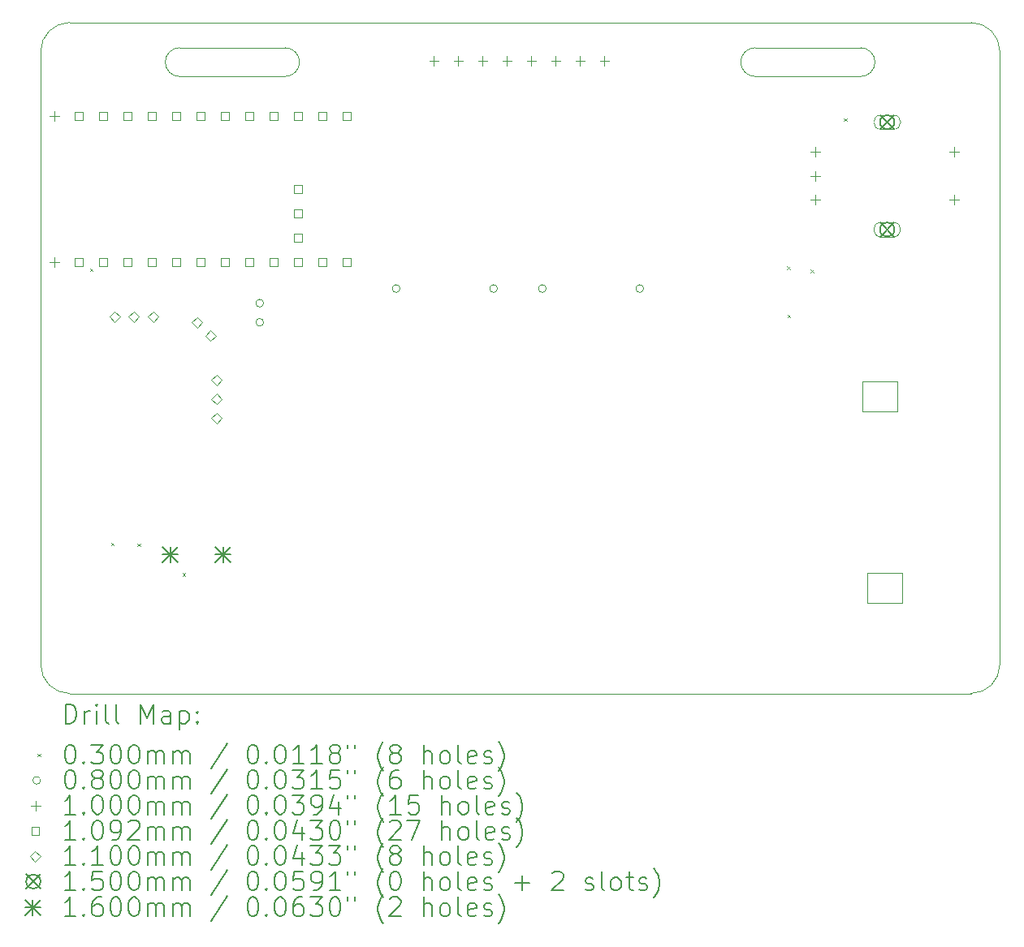
<source format=gbr>
%TF.GenerationSoftware,KiCad,Pcbnew,9.0.7*%
%TF.CreationDate,2026-03-07T10:30:58+01:00*%
%TF.ProjectId,confnicebadge,636f6e66-6e69-4636-9562-616467652e6b,rev?*%
%TF.SameCoordinates,Original*%
%TF.FileFunction,Drillmap*%
%TF.FilePolarity,Positive*%
%FSLAX45Y45*%
G04 Gerber Fmt 4.5, Leading zero omitted, Abs format (unit mm)*
G04 Created by KiCad (PCBNEW 9.0.7) date 2026-03-07 10:30:58*
%MOMM*%
%LPD*%
G01*
G04 APERTURE LIST*
%ADD10C,0.050000*%
%ADD11C,0.120000*%
%ADD12C,0.200000*%
%ADD13C,0.100000*%
%ADD14C,0.109220*%
%ADD15C,0.110000*%
%ADD16C,0.150000*%
%ADD17C,0.160000*%
G04 APERTURE END LIST*
D10*
X13000000Y-8700000D02*
G75*
G02*
X12700000Y-9000000I-300000J0D01*
G01*
X3000000Y-2300000D02*
G75*
G02*
X3300000Y-2000000I300000J0D01*
G01*
X13000000Y-2300000D02*
X13000000Y-8700000D01*
X12700000Y-2000000D02*
G75*
G02*
X13000000Y-2300000I0J-300000D01*
G01*
X12700000Y-9000000D02*
X3300000Y-9000000D01*
X3300000Y-2000000D02*
X12700000Y-2000000D01*
X3300000Y-9000000D02*
G75*
G02*
X3000000Y-8700000I0J300000D01*
G01*
X3000000Y-8700000D02*
X3000000Y-2300000D01*
D11*
X11698200Y-2413000D02*
G75*
G02*
X11548200Y-2563000I-150000J0D01*
G01*
X11548200Y-2263000D02*
G75*
G02*
X11698200Y-2413000I0J-150000D01*
G01*
X10448200Y-2563000D02*
G75*
G02*
X10298200Y-2413000I0J150000D01*
G01*
X10298200Y-2413000D02*
G75*
G02*
X10448200Y-2263000I150000J0D01*
G01*
X11548200Y-2263000D02*
X10448200Y-2263000D01*
X10448200Y-2563000D02*
X11548200Y-2563000D01*
X5698200Y-2413000D02*
G75*
G02*
X5548200Y-2563000I-150000J0D01*
G01*
X5548200Y-2263000D02*
G75*
G02*
X5698200Y-2413000I0J-150000D01*
G01*
X4448200Y-2563000D02*
G75*
G02*
X4298200Y-2413000I0J150000D01*
G01*
X4298200Y-2413000D02*
G75*
G02*
X4448200Y-2263000I150000J0D01*
G01*
X5548200Y-2263000D02*
X4448200Y-2263000D01*
X4448200Y-2563000D02*
X5548200Y-2563000D01*
X11930000Y-6055000D02*
X11570000Y-6055000D01*
X11930000Y-5745000D02*
X11930000Y-6055000D01*
X11570000Y-6055000D02*
X11570000Y-5745000D01*
X11570000Y-5745000D02*
X11930000Y-5745000D01*
X11980000Y-8055000D02*
X11620000Y-8055000D01*
X11980000Y-7745000D02*
X11980000Y-8055000D01*
X11620000Y-8055000D02*
X11620000Y-7745000D01*
X11620000Y-7745000D02*
X11980000Y-7745000D01*
D12*
D13*
X3514390Y-4566530D02*
X3544390Y-4596530D01*
X3544390Y-4566530D02*
X3514390Y-4596530D01*
X3733210Y-7427400D02*
X3763210Y-7457400D01*
X3763210Y-7427400D02*
X3733210Y-7457400D01*
X4006490Y-7434950D02*
X4036490Y-7464950D01*
X4036490Y-7434950D02*
X4006490Y-7464950D01*
X4477260Y-7743500D02*
X4507260Y-7773500D01*
X4507260Y-7743500D02*
X4477260Y-7773500D01*
X10783200Y-4544090D02*
X10813200Y-4574090D01*
X10813200Y-4544090D02*
X10783200Y-4574090D01*
X10784820Y-5046250D02*
X10814820Y-5076250D01*
X10814820Y-5046250D02*
X10784820Y-5076250D01*
X11026050Y-4577970D02*
X11056050Y-4607970D01*
X11056050Y-4577970D02*
X11026050Y-4607970D01*
X11374240Y-2998750D02*
X11404240Y-3028750D01*
X11404240Y-2998750D02*
X11374240Y-3028750D01*
X5323200Y-4927600D02*
G75*
G02*
X5243200Y-4927600I-40000J0D01*
G01*
X5243200Y-4927600D02*
G75*
G02*
X5323200Y-4927600I40000J0D01*
G01*
X5323200Y-5127600D02*
G75*
G02*
X5243200Y-5127600I-40000J0D01*
G01*
X5243200Y-5127600D02*
G75*
G02*
X5323200Y-5127600I40000J0D01*
G01*
X6745600Y-4775200D02*
G75*
G02*
X6665600Y-4775200I-40000J0D01*
G01*
X6665600Y-4775200D02*
G75*
G02*
X6745600Y-4775200I40000J0D01*
G01*
X7761600Y-4775200D02*
G75*
G02*
X7681600Y-4775200I-40000J0D01*
G01*
X7681600Y-4775200D02*
G75*
G02*
X7761600Y-4775200I40000J0D01*
G01*
X8269600Y-4775200D02*
G75*
G02*
X8189600Y-4775200I-40000J0D01*
G01*
X8189600Y-4775200D02*
G75*
G02*
X8269600Y-4775200I40000J0D01*
G01*
X9285600Y-4775200D02*
G75*
G02*
X9205600Y-4775200I-40000J0D01*
G01*
X9205600Y-4775200D02*
G75*
G02*
X9285600Y-4775200I40000J0D01*
G01*
X3141980Y-2924340D02*
X3141980Y-3024340D01*
X3091980Y-2974340D02*
X3191980Y-2974340D01*
X3141980Y-4450880D02*
X3141980Y-4550880D01*
X3091980Y-4500880D02*
X3191980Y-4500880D01*
X7100000Y-2350000D02*
X7100000Y-2450000D01*
X7050000Y-2400000D02*
X7150000Y-2400000D01*
X7354000Y-2350000D02*
X7354000Y-2450000D01*
X7304000Y-2400000D02*
X7404000Y-2400000D01*
X7608000Y-2350000D02*
X7608000Y-2450000D01*
X7558000Y-2400000D02*
X7658000Y-2400000D01*
X7862000Y-2350000D02*
X7862000Y-2450000D01*
X7812000Y-2400000D02*
X7912000Y-2400000D01*
X8116000Y-2350000D02*
X8116000Y-2450000D01*
X8066000Y-2400000D02*
X8166000Y-2400000D01*
X8370000Y-2350000D02*
X8370000Y-2450000D01*
X8320000Y-2400000D02*
X8420000Y-2400000D01*
X8624000Y-2350000D02*
X8624000Y-2450000D01*
X8574000Y-2400000D02*
X8674000Y-2400000D01*
X8878000Y-2350000D02*
X8878000Y-2450000D01*
X8828000Y-2400000D02*
X8928000Y-2400000D01*
X11075000Y-3300000D02*
X11075000Y-3400000D01*
X11025000Y-3350000D02*
X11125000Y-3350000D01*
X11075000Y-3550000D02*
X11075000Y-3650000D01*
X11025000Y-3600000D02*
X11125000Y-3600000D01*
X11075000Y-3800000D02*
X11075000Y-3900000D01*
X11025000Y-3850000D02*
X11125000Y-3850000D01*
X12525000Y-3300000D02*
X12525000Y-3400000D01*
X12475000Y-3350000D02*
X12575000Y-3350000D01*
X12525000Y-3800000D02*
X12525000Y-3900000D01*
X12475000Y-3850000D02*
X12575000Y-3850000D01*
D14*
X3434615Y-3014615D02*
X3434615Y-2937384D01*
X3357384Y-2937384D01*
X3357384Y-3014615D01*
X3434615Y-3014615D01*
X3434615Y-4538616D02*
X3434615Y-4461385D01*
X3357384Y-4461385D01*
X3357384Y-4538616D01*
X3434615Y-4538616D01*
X3688615Y-3014615D02*
X3688615Y-2937384D01*
X3611384Y-2937384D01*
X3611384Y-3014615D01*
X3688615Y-3014615D01*
X3688615Y-4538616D02*
X3688615Y-4461385D01*
X3611384Y-4461385D01*
X3611384Y-4538616D01*
X3688615Y-4538616D01*
X3942615Y-3014615D02*
X3942615Y-2937384D01*
X3865384Y-2937384D01*
X3865384Y-3014615D01*
X3942615Y-3014615D01*
X3942615Y-4538616D02*
X3942615Y-4461385D01*
X3865384Y-4461385D01*
X3865384Y-4538616D01*
X3942615Y-4538616D01*
X4196616Y-3014615D02*
X4196616Y-2937384D01*
X4119384Y-2937384D01*
X4119384Y-3014615D01*
X4196616Y-3014615D01*
X4196616Y-4538616D02*
X4196616Y-4461385D01*
X4119384Y-4461385D01*
X4119384Y-4538616D01*
X4196616Y-4538616D01*
X4450616Y-3014615D02*
X4450616Y-2937384D01*
X4373385Y-2937384D01*
X4373385Y-3014615D01*
X4450616Y-3014615D01*
X4450616Y-4538616D02*
X4450616Y-4461385D01*
X4373385Y-4461385D01*
X4373385Y-4538616D01*
X4450616Y-4538616D01*
X4704616Y-3014615D02*
X4704616Y-2937384D01*
X4627385Y-2937384D01*
X4627385Y-3014615D01*
X4704616Y-3014615D01*
X4704616Y-4538616D02*
X4704616Y-4461385D01*
X4627385Y-4461385D01*
X4627385Y-4538616D01*
X4704616Y-4538616D01*
X4958616Y-3014615D02*
X4958616Y-2937384D01*
X4881385Y-2937384D01*
X4881385Y-3014615D01*
X4958616Y-3014615D01*
X4958616Y-4538616D02*
X4958616Y-4461385D01*
X4881385Y-4461385D01*
X4881385Y-4538616D01*
X4958616Y-4538616D01*
X5212616Y-3014615D02*
X5212616Y-2937384D01*
X5135385Y-2937384D01*
X5135385Y-3014615D01*
X5212616Y-3014615D01*
X5212616Y-4538616D02*
X5212616Y-4461385D01*
X5135385Y-4461385D01*
X5135385Y-4538616D01*
X5212616Y-4538616D01*
X5466616Y-3014615D02*
X5466616Y-2937384D01*
X5389385Y-2937384D01*
X5389385Y-3014615D01*
X5466616Y-3014615D01*
X5466616Y-4538616D02*
X5466616Y-4461385D01*
X5389385Y-4461385D01*
X5389385Y-4538616D01*
X5466616Y-4538616D01*
X5720615Y-3014615D02*
X5720615Y-2937384D01*
X5643384Y-2937384D01*
X5643384Y-3014615D01*
X5720615Y-3014615D01*
X5720615Y-3776615D02*
X5720615Y-3699384D01*
X5643384Y-3699384D01*
X5643384Y-3776615D01*
X5720615Y-3776615D01*
X5720615Y-4030615D02*
X5720615Y-3953384D01*
X5643384Y-3953384D01*
X5643384Y-4030615D01*
X5720615Y-4030615D01*
X5720615Y-4284616D02*
X5720615Y-4207385D01*
X5643384Y-4207385D01*
X5643384Y-4284616D01*
X5720615Y-4284616D01*
X5720615Y-4538616D02*
X5720615Y-4461385D01*
X5643384Y-4461385D01*
X5643384Y-4538616D01*
X5720615Y-4538616D01*
X5974615Y-3014615D02*
X5974615Y-2937384D01*
X5897384Y-2937384D01*
X5897384Y-3014615D01*
X5974615Y-3014615D01*
X5974615Y-4538616D02*
X5974615Y-4461385D01*
X5897384Y-4461385D01*
X5897384Y-4538616D01*
X5974615Y-4538616D01*
X6228615Y-3014615D02*
X6228615Y-2937384D01*
X6151384Y-2937384D01*
X6151384Y-3014615D01*
X6228615Y-3014615D01*
X6228615Y-4538616D02*
X6228615Y-4461385D01*
X6151384Y-4461385D01*
X6151384Y-4538616D01*
X6228615Y-4538616D01*
D15*
X3771900Y-5123100D02*
X3826900Y-5068100D01*
X3771900Y-5013100D01*
X3716900Y-5068100D01*
X3771900Y-5123100D01*
X3971900Y-5123100D02*
X4026900Y-5068100D01*
X3971900Y-5013100D01*
X3916900Y-5068100D01*
X3971900Y-5123100D01*
X4171900Y-5123100D02*
X4226900Y-5068100D01*
X4171900Y-5013100D01*
X4116900Y-5068100D01*
X4171900Y-5123100D01*
X4631900Y-5183100D02*
X4686900Y-5128100D01*
X4631900Y-5073100D01*
X4576900Y-5128100D01*
X4631900Y-5183100D01*
X4771900Y-5323100D02*
X4826900Y-5268100D01*
X4771900Y-5213100D01*
X4716900Y-5268100D01*
X4771900Y-5323100D01*
X4831900Y-5783100D02*
X4886900Y-5728100D01*
X4831900Y-5673100D01*
X4776900Y-5728100D01*
X4831900Y-5783100D01*
X4831900Y-5983100D02*
X4886900Y-5928100D01*
X4831900Y-5873100D01*
X4776900Y-5928100D01*
X4831900Y-5983100D01*
X4831900Y-6183100D02*
X4886900Y-6128100D01*
X4831900Y-6073100D01*
X4776900Y-6128100D01*
X4831900Y-6183100D01*
D16*
X11750000Y-2965000D02*
X11900000Y-3115000D01*
X11900000Y-2965000D02*
X11750000Y-3115000D01*
X11900000Y-3040000D02*
G75*
G02*
X11750000Y-3040000I-75000J0D01*
G01*
X11750000Y-3040000D02*
G75*
G02*
X11900000Y-3040000I75000J0D01*
G01*
D13*
X11760000Y-3115000D02*
X11890000Y-3115000D01*
X11890000Y-2965000D02*
G75*
G02*
X11890000Y-3115000I0J-75000D01*
G01*
X11890000Y-2965000D02*
X11760000Y-2965000D01*
X11760000Y-2965000D02*
G75*
G03*
X11760000Y-3115000I0J-75000D01*
G01*
D16*
X11750000Y-4085000D02*
X11900000Y-4235000D01*
X11900000Y-4085000D02*
X11750000Y-4235000D01*
X11900000Y-4160000D02*
G75*
G02*
X11750000Y-4160000I-75000J0D01*
G01*
X11750000Y-4160000D02*
G75*
G02*
X11900000Y-4160000I75000J0D01*
G01*
D13*
X11760000Y-4235000D02*
X11890000Y-4235000D01*
X11890000Y-4085000D02*
G75*
G02*
X11890000Y-4235000I0J-75000D01*
G01*
X11890000Y-4085000D02*
X11760000Y-4085000D01*
X11760000Y-4085000D02*
G75*
G03*
X11760000Y-4235000I0J-75000D01*
G01*
D17*
X4270000Y-7470000D02*
X4430000Y-7630000D01*
X4430000Y-7470000D02*
X4270000Y-7630000D01*
X4350000Y-7470000D02*
X4350000Y-7630000D01*
X4270000Y-7550000D02*
X4430000Y-7550000D01*
X4820000Y-7470000D02*
X4980000Y-7630000D01*
X4980000Y-7470000D02*
X4820000Y-7630000D01*
X4900000Y-7470000D02*
X4900000Y-7630000D01*
X4820000Y-7550000D02*
X4980000Y-7550000D01*
D12*
X3258277Y-9313984D02*
X3258277Y-9113984D01*
X3258277Y-9113984D02*
X3305896Y-9113984D01*
X3305896Y-9113984D02*
X3334467Y-9123508D01*
X3334467Y-9123508D02*
X3353515Y-9142555D01*
X3353515Y-9142555D02*
X3363039Y-9161603D01*
X3363039Y-9161603D02*
X3372562Y-9199698D01*
X3372562Y-9199698D02*
X3372562Y-9228270D01*
X3372562Y-9228270D02*
X3363039Y-9266365D01*
X3363039Y-9266365D02*
X3353515Y-9285412D01*
X3353515Y-9285412D02*
X3334467Y-9304460D01*
X3334467Y-9304460D02*
X3305896Y-9313984D01*
X3305896Y-9313984D02*
X3258277Y-9313984D01*
X3458277Y-9313984D02*
X3458277Y-9180650D01*
X3458277Y-9218746D02*
X3467801Y-9199698D01*
X3467801Y-9199698D02*
X3477324Y-9190174D01*
X3477324Y-9190174D02*
X3496372Y-9180650D01*
X3496372Y-9180650D02*
X3515420Y-9180650D01*
X3582086Y-9313984D02*
X3582086Y-9180650D01*
X3582086Y-9113984D02*
X3572562Y-9123508D01*
X3572562Y-9123508D02*
X3582086Y-9133031D01*
X3582086Y-9133031D02*
X3591610Y-9123508D01*
X3591610Y-9123508D02*
X3582086Y-9113984D01*
X3582086Y-9113984D02*
X3582086Y-9133031D01*
X3705896Y-9313984D02*
X3686848Y-9304460D01*
X3686848Y-9304460D02*
X3677324Y-9285412D01*
X3677324Y-9285412D02*
X3677324Y-9113984D01*
X3810658Y-9313984D02*
X3791610Y-9304460D01*
X3791610Y-9304460D02*
X3782086Y-9285412D01*
X3782086Y-9285412D02*
X3782086Y-9113984D01*
X4039229Y-9313984D02*
X4039229Y-9113984D01*
X4039229Y-9113984D02*
X4105896Y-9256841D01*
X4105896Y-9256841D02*
X4172562Y-9113984D01*
X4172562Y-9113984D02*
X4172562Y-9313984D01*
X4353515Y-9313984D02*
X4353515Y-9209222D01*
X4353515Y-9209222D02*
X4343991Y-9190174D01*
X4343991Y-9190174D02*
X4324944Y-9180650D01*
X4324944Y-9180650D02*
X4286848Y-9180650D01*
X4286848Y-9180650D02*
X4267801Y-9190174D01*
X4353515Y-9304460D02*
X4334467Y-9313984D01*
X4334467Y-9313984D02*
X4286848Y-9313984D01*
X4286848Y-9313984D02*
X4267801Y-9304460D01*
X4267801Y-9304460D02*
X4258277Y-9285412D01*
X4258277Y-9285412D02*
X4258277Y-9266365D01*
X4258277Y-9266365D02*
X4267801Y-9247317D01*
X4267801Y-9247317D02*
X4286848Y-9237793D01*
X4286848Y-9237793D02*
X4334467Y-9237793D01*
X4334467Y-9237793D02*
X4353515Y-9228270D01*
X4448753Y-9180650D02*
X4448753Y-9380650D01*
X4448753Y-9190174D02*
X4467801Y-9180650D01*
X4467801Y-9180650D02*
X4505896Y-9180650D01*
X4505896Y-9180650D02*
X4524944Y-9190174D01*
X4524944Y-9190174D02*
X4534467Y-9199698D01*
X4534467Y-9199698D02*
X4543991Y-9218746D01*
X4543991Y-9218746D02*
X4543991Y-9275889D01*
X4543991Y-9275889D02*
X4534467Y-9294936D01*
X4534467Y-9294936D02*
X4524944Y-9304460D01*
X4524944Y-9304460D02*
X4505896Y-9313984D01*
X4505896Y-9313984D02*
X4467801Y-9313984D01*
X4467801Y-9313984D02*
X4448753Y-9304460D01*
X4629705Y-9294936D02*
X4639229Y-9304460D01*
X4639229Y-9304460D02*
X4629705Y-9313984D01*
X4629705Y-9313984D02*
X4620182Y-9304460D01*
X4620182Y-9304460D02*
X4629705Y-9294936D01*
X4629705Y-9294936D02*
X4629705Y-9313984D01*
X4629705Y-9190174D02*
X4639229Y-9199698D01*
X4639229Y-9199698D02*
X4629705Y-9209222D01*
X4629705Y-9209222D02*
X4620182Y-9199698D01*
X4620182Y-9199698D02*
X4629705Y-9190174D01*
X4629705Y-9190174D02*
X4629705Y-9209222D01*
D13*
X2967500Y-9627500D02*
X2997500Y-9657500D01*
X2997500Y-9627500D02*
X2967500Y-9657500D01*
D12*
X3296372Y-9533984D02*
X3315420Y-9533984D01*
X3315420Y-9533984D02*
X3334467Y-9543508D01*
X3334467Y-9543508D02*
X3343991Y-9553031D01*
X3343991Y-9553031D02*
X3353515Y-9572079D01*
X3353515Y-9572079D02*
X3363039Y-9610174D01*
X3363039Y-9610174D02*
X3363039Y-9657793D01*
X3363039Y-9657793D02*
X3353515Y-9695889D01*
X3353515Y-9695889D02*
X3343991Y-9714936D01*
X3343991Y-9714936D02*
X3334467Y-9724460D01*
X3334467Y-9724460D02*
X3315420Y-9733984D01*
X3315420Y-9733984D02*
X3296372Y-9733984D01*
X3296372Y-9733984D02*
X3277324Y-9724460D01*
X3277324Y-9724460D02*
X3267801Y-9714936D01*
X3267801Y-9714936D02*
X3258277Y-9695889D01*
X3258277Y-9695889D02*
X3248753Y-9657793D01*
X3248753Y-9657793D02*
X3248753Y-9610174D01*
X3248753Y-9610174D02*
X3258277Y-9572079D01*
X3258277Y-9572079D02*
X3267801Y-9553031D01*
X3267801Y-9553031D02*
X3277324Y-9543508D01*
X3277324Y-9543508D02*
X3296372Y-9533984D01*
X3448753Y-9714936D02*
X3458277Y-9724460D01*
X3458277Y-9724460D02*
X3448753Y-9733984D01*
X3448753Y-9733984D02*
X3439229Y-9724460D01*
X3439229Y-9724460D02*
X3448753Y-9714936D01*
X3448753Y-9714936D02*
X3448753Y-9733984D01*
X3524943Y-9533984D02*
X3648753Y-9533984D01*
X3648753Y-9533984D02*
X3582086Y-9610174D01*
X3582086Y-9610174D02*
X3610658Y-9610174D01*
X3610658Y-9610174D02*
X3629705Y-9619698D01*
X3629705Y-9619698D02*
X3639229Y-9629222D01*
X3639229Y-9629222D02*
X3648753Y-9648270D01*
X3648753Y-9648270D02*
X3648753Y-9695889D01*
X3648753Y-9695889D02*
X3639229Y-9714936D01*
X3639229Y-9714936D02*
X3629705Y-9724460D01*
X3629705Y-9724460D02*
X3610658Y-9733984D01*
X3610658Y-9733984D02*
X3553515Y-9733984D01*
X3553515Y-9733984D02*
X3534467Y-9724460D01*
X3534467Y-9724460D02*
X3524943Y-9714936D01*
X3772562Y-9533984D02*
X3791610Y-9533984D01*
X3791610Y-9533984D02*
X3810658Y-9543508D01*
X3810658Y-9543508D02*
X3820182Y-9553031D01*
X3820182Y-9553031D02*
X3829705Y-9572079D01*
X3829705Y-9572079D02*
X3839229Y-9610174D01*
X3839229Y-9610174D02*
X3839229Y-9657793D01*
X3839229Y-9657793D02*
X3829705Y-9695889D01*
X3829705Y-9695889D02*
X3820182Y-9714936D01*
X3820182Y-9714936D02*
X3810658Y-9724460D01*
X3810658Y-9724460D02*
X3791610Y-9733984D01*
X3791610Y-9733984D02*
X3772562Y-9733984D01*
X3772562Y-9733984D02*
X3753515Y-9724460D01*
X3753515Y-9724460D02*
X3743991Y-9714936D01*
X3743991Y-9714936D02*
X3734467Y-9695889D01*
X3734467Y-9695889D02*
X3724943Y-9657793D01*
X3724943Y-9657793D02*
X3724943Y-9610174D01*
X3724943Y-9610174D02*
X3734467Y-9572079D01*
X3734467Y-9572079D02*
X3743991Y-9553031D01*
X3743991Y-9553031D02*
X3753515Y-9543508D01*
X3753515Y-9543508D02*
X3772562Y-9533984D01*
X3963039Y-9533984D02*
X3982086Y-9533984D01*
X3982086Y-9533984D02*
X4001134Y-9543508D01*
X4001134Y-9543508D02*
X4010658Y-9553031D01*
X4010658Y-9553031D02*
X4020182Y-9572079D01*
X4020182Y-9572079D02*
X4029705Y-9610174D01*
X4029705Y-9610174D02*
X4029705Y-9657793D01*
X4029705Y-9657793D02*
X4020182Y-9695889D01*
X4020182Y-9695889D02*
X4010658Y-9714936D01*
X4010658Y-9714936D02*
X4001134Y-9724460D01*
X4001134Y-9724460D02*
X3982086Y-9733984D01*
X3982086Y-9733984D02*
X3963039Y-9733984D01*
X3963039Y-9733984D02*
X3943991Y-9724460D01*
X3943991Y-9724460D02*
X3934467Y-9714936D01*
X3934467Y-9714936D02*
X3924943Y-9695889D01*
X3924943Y-9695889D02*
X3915420Y-9657793D01*
X3915420Y-9657793D02*
X3915420Y-9610174D01*
X3915420Y-9610174D02*
X3924943Y-9572079D01*
X3924943Y-9572079D02*
X3934467Y-9553031D01*
X3934467Y-9553031D02*
X3943991Y-9543508D01*
X3943991Y-9543508D02*
X3963039Y-9533984D01*
X4115420Y-9733984D02*
X4115420Y-9600650D01*
X4115420Y-9619698D02*
X4124943Y-9610174D01*
X4124943Y-9610174D02*
X4143991Y-9600650D01*
X4143991Y-9600650D02*
X4172563Y-9600650D01*
X4172563Y-9600650D02*
X4191610Y-9610174D01*
X4191610Y-9610174D02*
X4201134Y-9629222D01*
X4201134Y-9629222D02*
X4201134Y-9733984D01*
X4201134Y-9629222D02*
X4210658Y-9610174D01*
X4210658Y-9610174D02*
X4229705Y-9600650D01*
X4229705Y-9600650D02*
X4258277Y-9600650D01*
X4258277Y-9600650D02*
X4277325Y-9610174D01*
X4277325Y-9610174D02*
X4286848Y-9629222D01*
X4286848Y-9629222D02*
X4286848Y-9733984D01*
X4382086Y-9733984D02*
X4382086Y-9600650D01*
X4382086Y-9619698D02*
X4391610Y-9610174D01*
X4391610Y-9610174D02*
X4410658Y-9600650D01*
X4410658Y-9600650D02*
X4439229Y-9600650D01*
X4439229Y-9600650D02*
X4458277Y-9610174D01*
X4458277Y-9610174D02*
X4467801Y-9629222D01*
X4467801Y-9629222D02*
X4467801Y-9733984D01*
X4467801Y-9629222D02*
X4477325Y-9610174D01*
X4477325Y-9610174D02*
X4496372Y-9600650D01*
X4496372Y-9600650D02*
X4524944Y-9600650D01*
X4524944Y-9600650D02*
X4543991Y-9610174D01*
X4543991Y-9610174D02*
X4553515Y-9629222D01*
X4553515Y-9629222D02*
X4553515Y-9733984D01*
X4943991Y-9524460D02*
X4772563Y-9781603D01*
X5201134Y-9533984D02*
X5220182Y-9533984D01*
X5220182Y-9533984D02*
X5239229Y-9543508D01*
X5239229Y-9543508D02*
X5248753Y-9553031D01*
X5248753Y-9553031D02*
X5258277Y-9572079D01*
X5258277Y-9572079D02*
X5267801Y-9610174D01*
X5267801Y-9610174D02*
X5267801Y-9657793D01*
X5267801Y-9657793D02*
X5258277Y-9695889D01*
X5258277Y-9695889D02*
X5248753Y-9714936D01*
X5248753Y-9714936D02*
X5239229Y-9724460D01*
X5239229Y-9724460D02*
X5220182Y-9733984D01*
X5220182Y-9733984D02*
X5201134Y-9733984D01*
X5201134Y-9733984D02*
X5182087Y-9724460D01*
X5182087Y-9724460D02*
X5172563Y-9714936D01*
X5172563Y-9714936D02*
X5163039Y-9695889D01*
X5163039Y-9695889D02*
X5153515Y-9657793D01*
X5153515Y-9657793D02*
X5153515Y-9610174D01*
X5153515Y-9610174D02*
X5163039Y-9572079D01*
X5163039Y-9572079D02*
X5172563Y-9553031D01*
X5172563Y-9553031D02*
X5182087Y-9543508D01*
X5182087Y-9543508D02*
X5201134Y-9533984D01*
X5353515Y-9714936D02*
X5363039Y-9724460D01*
X5363039Y-9724460D02*
X5353515Y-9733984D01*
X5353515Y-9733984D02*
X5343991Y-9724460D01*
X5343991Y-9724460D02*
X5353515Y-9714936D01*
X5353515Y-9714936D02*
X5353515Y-9733984D01*
X5486848Y-9533984D02*
X5505896Y-9533984D01*
X5505896Y-9533984D02*
X5524944Y-9543508D01*
X5524944Y-9543508D02*
X5534468Y-9553031D01*
X5534468Y-9553031D02*
X5543991Y-9572079D01*
X5543991Y-9572079D02*
X5553515Y-9610174D01*
X5553515Y-9610174D02*
X5553515Y-9657793D01*
X5553515Y-9657793D02*
X5543991Y-9695889D01*
X5543991Y-9695889D02*
X5534468Y-9714936D01*
X5534468Y-9714936D02*
X5524944Y-9724460D01*
X5524944Y-9724460D02*
X5505896Y-9733984D01*
X5505896Y-9733984D02*
X5486848Y-9733984D01*
X5486848Y-9733984D02*
X5467801Y-9724460D01*
X5467801Y-9724460D02*
X5458277Y-9714936D01*
X5458277Y-9714936D02*
X5448753Y-9695889D01*
X5448753Y-9695889D02*
X5439229Y-9657793D01*
X5439229Y-9657793D02*
X5439229Y-9610174D01*
X5439229Y-9610174D02*
X5448753Y-9572079D01*
X5448753Y-9572079D02*
X5458277Y-9553031D01*
X5458277Y-9553031D02*
X5467801Y-9543508D01*
X5467801Y-9543508D02*
X5486848Y-9533984D01*
X5743991Y-9733984D02*
X5629706Y-9733984D01*
X5686848Y-9733984D02*
X5686848Y-9533984D01*
X5686848Y-9533984D02*
X5667801Y-9562555D01*
X5667801Y-9562555D02*
X5648753Y-9581603D01*
X5648753Y-9581603D02*
X5629706Y-9591127D01*
X5934467Y-9733984D02*
X5820182Y-9733984D01*
X5877325Y-9733984D02*
X5877325Y-9533984D01*
X5877325Y-9533984D02*
X5858277Y-9562555D01*
X5858277Y-9562555D02*
X5839229Y-9581603D01*
X5839229Y-9581603D02*
X5820182Y-9591127D01*
X6048753Y-9619698D02*
X6029706Y-9610174D01*
X6029706Y-9610174D02*
X6020182Y-9600650D01*
X6020182Y-9600650D02*
X6010658Y-9581603D01*
X6010658Y-9581603D02*
X6010658Y-9572079D01*
X6010658Y-9572079D02*
X6020182Y-9553031D01*
X6020182Y-9553031D02*
X6029706Y-9543508D01*
X6029706Y-9543508D02*
X6048753Y-9533984D01*
X6048753Y-9533984D02*
X6086848Y-9533984D01*
X6086848Y-9533984D02*
X6105896Y-9543508D01*
X6105896Y-9543508D02*
X6115420Y-9553031D01*
X6115420Y-9553031D02*
X6124944Y-9572079D01*
X6124944Y-9572079D02*
X6124944Y-9581603D01*
X6124944Y-9581603D02*
X6115420Y-9600650D01*
X6115420Y-9600650D02*
X6105896Y-9610174D01*
X6105896Y-9610174D02*
X6086848Y-9619698D01*
X6086848Y-9619698D02*
X6048753Y-9619698D01*
X6048753Y-9619698D02*
X6029706Y-9629222D01*
X6029706Y-9629222D02*
X6020182Y-9638746D01*
X6020182Y-9638746D02*
X6010658Y-9657793D01*
X6010658Y-9657793D02*
X6010658Y-9695889D01*
X6010658Y-9695889D02*
X6020182Y-9714936D01*
X6020182Y-9714936D02*
X6029706Y-9724460D01*
X6029706Y-9724460D02*
X6048753Y-9733984D01*
X6048753Y-9733984D02*
X6086848Y-9733984D01*
X6086848Y-9733984D02*
X6105896Y-9724460D01*
X6105896Y-9724460D02*
X6115420Y-9714936D01*
X6115420Y-9714936D02*
X6124944Y-9695889D01*
X6124944Y-9695889D02*
X6124944Y-9657793D01*
X6124944Y-9657793D02*
X6115420Y-9638746D01*
X6115420Y-9638746D02*
X6105896Y-9629222D01*
X6105896Y-9629222D02*
X6086848Y-9619698D01*
X6201134Y-9533984D02*
X6201134Y-9572079D01*
X6277325Y-9533984D02*
X6277325Y-9572079D01*
X6572563Y-9810174D02*
X6563039Y-9800650D01*
X6563039Y-9800650D02*
X6543991Y-9772079D01*
X6543991Y-9772079D02*
X6534468Y-9753031D01*
X6534468Y-9753031D02*
X6524944Y-9724460D01*
X6524944Y-9724460D02*
X6515420Y-9676841D01*
X6515420Y-9676841D02*
X6515420Y-9638746D01*
X6515420Y-9638746D02*
X6524944Y-9591127D01*
X6524944Y-9591127D02*
X6534468Y-9562555D01*
X6534468Y-9562555D02*
X6543991Y-9543508D01*
X6543991Y-9543508D02*
X6563039Y-9514936D01*
X6563039Y-9514936D02*
X6572563Y-9505412D01*
X6677325Y-9619698D02*
X6658277Y-9610174D01*
X6658277Y-9610174D02*
X6648753Y-9600650D01*
X6648753Y-9600650D02*
X6639229Y-9581603D01*
X6639229Y-9581603D02*
X6639229Y-9572079D01*
X6639229Y-9572079D02*
X6648753Y-9553031D01*
X6648753Y-9553031D02*
X6658277Y-9543508D01*
X6658277Y-9543508D02*
X6677325Y-9533984D01*
X6677325Y-9533984D02*
X6715420Y-9533984D01*
X6715420Y-9533984D02*
X6734468Y-9543508D01*
X6734468Y-9543508D02*
X6743991Y-9553031D01*
X6743991Y-9553031D02*
X6753515Y-9572079D01*
X6753515Y-9572079D02*
X6753515Y-9581603D01*
X6753515Y-9581603D02*
X6743991Y-9600650D01*
X6743991Y-9600650D02*
X6734468Y-9610174D01*
X6734468Y-9610174D02*
X6715420Y-9619698D01*
X6715420Y-9619698D02*
X6677325Y-9619698D01*
X6677325Y-9619698D02*
X6658277Y-9629222D01*
X6658277Y-9629222D02*
X6648753Y-9638746D01*
X6648753Y-9638746D02*
X6639229Y-9657793D01*
X6639229Y-9657793D02*
X6639229Y-9695889D01*
X6639229Y-9695889D02*
X6648753Y-9714936D01*
X6648753Y-9714936D02*
X6658277Y-9724460D01*
X6658277Y-9724460D02*
X6677325Y-9733984D01*
X6677325Y-9733984D02*
X6715420Y-9733984D01*
X6715420Y-9733984D02*
X6734468Y-9724460D01*
X6734468Y-9724460D02*
X6743991Y-9714936D01*
X6743991Y-9714936D02*
X6753515Y-9695889D01*
X6753515Y-9695889D02*
X6753515Y-9657793D01*
X6753515Y-9657793D02*
X6743991Y-9638746D01*
X6743991Y-9638746D02*
X6734468Y-9629222D01*
X6734468Y-9629222D02*
X6715420Y-9619698D01*
X6991610Y-9733984D02*
X6991610Y-9533984D01*
X7077325Y-9733984D02*
X7077325Y-9629222D01*
X7077325Y-9629222D02*
X7067801Y-9610174D01*
X7067801Y-9610174D02*
X7048753Y-9600650D01*
X7048753Y-9600650D02*
X7020182Y-9600650D01*
X7020182Y-9600650D02*
X7001134Y-9610174D01*
X7001134Y-9610174D02*
X6991610Y-9619698D01*
X7201134Y-9733984D02*
X7182087Y-9724460D01*
X7182087Y-9724460D02*
X7172563Y-9714936D01*
X7172563Y-9714936D02*
X7163039Y-9695889D01*
X7163039Y-9695889D02*
X7163039Y-9638746D01*
X7163039Y-9638746D02*
X7172563Y-9619698D01*
X7172563Y-9619698D02*
X7182087Y-9610174D01*
X7182087Y-9610174D02*
X7201134Y-9600650D01*
X7201134Y-9600650D02*
X7229706Y-9600650D01*
X7229706Y-9600650D02*
X7248753Y-9610174D01*
X7248753Y-9610174D02*
X7258277Y-9619698D01*
X7258277Y-9619698D02*
X7267801Y-9638746D01*
X7267801Y-9638746D02*
X7267801Y-9695889D01*
X7267801Y-9695889D02*
X7258277Y-9714936D01*
X7258277Y-9714936D02*
X7248753Y-9724460D01*
X7248753Y-9724460D02*
X7229706Y-9733984D01*
X7229706Y-9733984D02*
X7201134Y-9733984D01*
X7382087Y-9733984D02*
X7363039Y-9724460D01*
X7363039Y-9724460D02*
X7353515Y-9705412D01*
X7353515Y-9705412D02*
X7353515Y-9533984D01*
X7534468Y-9724460D02*
X7515420Y-9733984D01*
X7515420Y-9733984D02*
X7477325Y-9733984D01*
X7477325Y-9733984D02*
X7458277Y-9724460D01*
X7458277Y-9724460D02*
X7448753Y-9705412D01*
X7448753Y-9705412D02*
X7448753Y-9629222D01*
X7448753Y-9629222D02*
X7458277Y-9610174D01*
X7458277Y-9610174D02*
X7477325Y-9600650D01*
X7477325Y-9600650D02*
X7515420Y-9600650D01*
X7515420Y-9600650D02*
X7534468Y-9610174D01*
X7534468Y-9610174D02*
X7543991Y-9629222D01*
X7543991Y-9629222D02*
X7543991Y-9648270D01*
X7543991Y-9648270D02*
X7448753Y-9667317D01*
X7620182Y-9724460D02*
X7639230Y-9733984D01*
X7639230Y-9733984D02*
X7677325Y-9733984D01*
X7677325Y-9733984D02*
X7696372Y-9724460D01*
X7696372Y-9724460D02*
X7705896Y-9705412D01*
X7705896Y-9705412D02*
X7705896Y-9695889D01*
X7705896Y-9695889D02*
X7696372Y-9676841D01*
X7696372Y-9676841D02*
X7677325Y-9667317D01*
X7677325Y-9667317D02*
X7648753Y-9667317D01*
X7648753Y-9667317D02*
X7629706Y-9657793D01*
X7629706Y-9657793D02*
X7620182Y-9638746D01*
X7620182Y-9638746D02*
X7620182Y-9629222D01*
X7620182Y-9629222D02*
X7629706Y-9610174D01*
X7629706Y-9610174D02*
X7648753Y-9600650D01*
X7648753Y-9600650D02*
X7677325Y-9600650D01*
X7677325Y-9600650D02*
X7696372Y-9610174D01*
X7772563Y-9810174D02*
X7782087Y-9800650D01*
X7782087Y-9800650D02*
X7801134Y-9772079D01*
X7801134Y-9772079D02*
X7810658Y-9753031D01*
X7810658Y-9753031D02*
X7820182Y-9724460D01*
X7820182Y-9724460D02*
X7829706Y-9676841D01*
X7829706Y-9676841D02*
X7829706Y-9638746D01*
X7829706Y-9638746D02*
X7820182Y-9591127D01*
X7820182Y-9591127D02*
X7810658Y-9562555D01*
X7810658Y-9562555D02*
X7801134Y-9543508D01*
X7801134Y-9543508D02*
X7782087Y-9514936D01*
X7782087Y-9514936D02*
X7772563Y-9505412D01*
D13*
X2997500Y-9906500D02*
G75*
G02*
X2917500Y-9906500I-40000J0D01*
G01*
X2917500Y-9906500D02*
G75*
G02*
X2997500Y-9906500I40000J0D01*
G01*
D12*
X3296372Y-9797984D02*
X3315420Y-9797984D01*
X3315420Y-9797984D02*
X3334467Y-9807508D01*
X3334467Y-9807508D02*
X3343991Y-9817031D01*
X3343991Y-9817031D02*
X3353515Y-9836079D01*
X3353515Y-9836079D02*
X3363039Y-9874174D01*
X3363039Y-9874174D02*
X3363039Y-9921793D01*
X3363039Y-9921793D02*
X3353515Y-9959889D01*
X3353515Y-9959889D02*
X3343991Y-9978936D01*
X3343991Y-9978936D02*
X3334467Y-9988460D01*
X3334467Y-9988460D02*
X3315420Y-9997984D01*
X3315420Y-9997984D02*
X3296372Y-9997984D01*
X3296372Y-9997984D02*
X3277324Y-9988460D01*
X3277324Y-9988460D02*
X3267801Y-9978936D01*
X3267801Y-9978936D02*
X3258277Y-9959889D01*
X3258277Y-9959889D02*
X3248753Y-9921793D01*
X3248753Y-9921793D02*
X3248753Y-9874174D01*
X3248753Y-9874174D02*
X3258277Y-9836079D01*
X3258277Y-9836079D02*
X3267801Y-9817031D01*
X3267801Y-9817031D02*
X3277324Y-9807508D01*
X3277324Y-9807508D02*
X3296372Y-9797984D01*
X3448753Y-9978936D02*
X3458277Y-9988460D01*
X3458277Y-9988460D02*
X3448753Y-9997984D01*
X3448753Y-9997984D02*
X3439229Y-9988460D01*
X3439229Y-9988460D02*
X3448753Y-9978936D01*
X3448753Y-9978936D02*
X3448753Y-9997984D01*
X3572562Y-9883698D02*
X3553515Y-9874174D01*
X3553515Y-9874174D02*
X3543991Y-9864650D01*
X3543991Y-9864650D02*
X3534467Y-9845603D01*
X3534467Y-9845603D02*
X3534467Y-9836079D01*
X3534467Y-9836079D02*
X3543991Y-9817031D01*
X3543991Y-9817031D02*
X3553515Y-9807508D01*
X3553515Y-9807508D02*
X3572562Y-9797984D01*
X3572562Y-9797984D02*
X3610658Y-9797984D01*
X3610658Y-9797984D02*
X3629705Y-9807508D01*
X3629705Y-9807508D02*
X3639229Y-9817031D01*
X3639229Y-9817031D02*
X3648753Y-9836079D01*
X3648753Y-9836079D02*
X3648753Y-9845603D01*
X3648753Y-9845603D02*
X3639229Y-9864650D01*
X3639229Y-9864650D02*
X3629705Y-9874174D01*
X3629705Y-9874174D02*
X3610658Y-9883698D01*
X3610658Y-9883698D02*
X3572562Y-9883698D01*
X3572562Y-9883698D02*
X3553515Y-9893222D01*
X3553515Y-9893222D02*
X3543991Y-9902746D01*
X3543991Y-9902746D02*
X3534467Y-9921793D01*
X3534467Y-9921793D02*
X3534467Y-9959889D01*
X3534467Y-9959889D02*
X3543991Y-9978936D01*
X3543991Y-9978936D02*
X3553515Y-9988460D01*
X3553515Y-9988460D02*
X3572562Y-9997984D01*
X3572562Y-9997984D02*
X3610658Y-9997984D01*
X3610658Y-9997984D02*
X3629705Y-9988460D01*
X3629705Y-9988460D02*
X3639229Y-9978936D01*
X3639229Y-9978936D02*
X3648753Y-9959889D01*
X3648753Y-9959889D02*
X3648753Y-9921793D01*
X3648753Y-9921793D02*
X3639229Y-9902746D01*
X3639229Y-9902746D02*
X3629705Y-9893222D01*
X3629705Y-9893222D02*
X3610658Y-9883698D01*
X3772562Y-9797984D02*
X3791610Y-9797984D01*
X3791610Y-9797984D02*
X3810658Y-9807508D01*
X3810658Y-9807508D02*
X3820182Y-9817031D01*
X3820182Y-9817031D02*
X3829705Y-9836079D01*
X3829705Y-9836079D02*
X3839229Y-9874174D01*
X3839229Y-9874174D02*
X3839229Y-9921793D01*
X3839229Y-9921793D02*
X3829705Y-9959889D01*
X3829705Y-9959889D02*
X3820182Y-9978936D01*
X3820182Y-9978936D02*
X3810658Y-9988460D01*
X3810658Y-9988460D02*
X3791610Y-9997984D01*
X3791610Y-9997984D02*
X3772562Y-9997984D01*
X3772562Y-9997984D02*
X3753515Y-9988460D01*
X3753515Y-9988460D02*
X3743991Y-9978936D01*
X3743991Y-9978936D02*
X3734467Y-9959889D01*
X3734467Y-9959889D02*
X3724943Y-9921793D01*
X3724943Y-9921793D02*
X3724943Y-9874174D01*
X3724943Y-9874174D02*
X3734467Y-9836079D01*
X3734467Y-9836079D02*
X3743991Y-9817031D01*
X3743991Y-9817031D02*
X3753515Y-9807508D01*
X3753515Y-9807508D02*
X3772562Y-9797984D01*
X3963039Y-9797984D02*
X3982086Y-9797984D01*
X3982086Y-9797984D02*
X4001134Y-9807508D01*
X4001134Y-9807508D02*
X4010658Y-9817031D01*
X4010658Y-9817031D02*
X4020182Y-9836079D01*
X4020182Y-9836079D02*
X4029705Y-9874174D01*
X4029705Y-9874174D02*
X4029705Y-9921793D01*
X4029705Y-9921793D02*
X4020182Y-9959889D01*
X4020182Y-9959889D02*
X4010658Y-9978936D01*
X4010658Y-9978936D02*
X4001134Y-9988460D01*
X4001134Y-9988460D02*
X3982086Y-9997984D01*
X3982086Y-9997984D02*
X3963039Y-9997984D01*
X3963039Y-9997984D02*
X3943991Y-9988460D01*
X3943991Y-9988460D02*
X3934467Y-9978936D01*
X3934467Y-9978936D02*
X3924943Y-9959889D01*
X3924943Y-9959889D02*
X3915420Y-9921793D01*
X3915420Y-9921793D02*
X3915420Y-9874174D01*
X3915420Y-9874174D02*
X3924943Y-9836079D01*
X3924943Y-9836079D02*
X3934467Y-9817031D01*
X3934467Y-9817031D02*
X3943991Y-9807508D01*
X3943991Y-9807508D02*
X3963039Y-9797984D01*
X4115420Y-9997984D02*
X4115420Y-9864650D01*
X4115420Y-9883698D02*
X4124943Y-9874174D01*
X4124943Y-9874174D02*
X4143991Y-9864650D01*
X4143991Y-9864650D02*
X4172563Y-9864650D01*
X4172563Y-9864650D02*
X4191610Y-9874174D01*
X4191610Y-9874174D02*
X4201134Y-9893222D01*
X4201134Y-9893222D02*
X4201134Y-9997984D01*
X4201134Y-9893222D02*
X4210658Y-9874174D01*
X4210658Y-9874174D02*
X4229705Y-9864650D01*
X4229705Y-9864650D02*
X4258277Y-9864650D01*
X4258277Y-9864650D02*
X4277325Y-9874174D01*
X4277325Y-9874174D02*
X4286848Y-9893222D01*
X4286848Y-9893222D02*
X4286848Y-9997984D01*
X4382086Y-9997984D02*
X4382086Y-9864650D01*
X4382086Y-9883698D02*
X4391610Y-9874174D01*
X4391610Y-9874174D02*
X4410658Y-9864650D01*
X4410658Y-9864650D02*
X4439229Y-9864650D01*
X4439229Y-9864650D02*
X4458277Y-9874174D01*
X4458277Y-9874174D02*
X4467801Y-9893222D01*
X4467801Y-9893222D02*
X4467801Y-9997984D01*
X4467801Y-9893222D02*
X4477325Y-9874174D01*
X4477325Y-9874174D02*
X4496372Y-9864650D01*
X4496372Y-9864650D02*
X4524944Y-9864650D01*
X4524944Y-9864650D02*
X4543991Y-9874174D01*
X4543991Y-9874174D02*
X4553515Y-9893222D01*
X4553515Y-9893222D02*
X4553515Y-9997984D01*
X4943991Y-9788460D02*
X4772563Y-10045603D01*
X5201134Y-9797984D02*
X5220182Y-9797984D01*
X5220182Y-9797984D02*
X5239229Y-9807508D01*
X5239229Y-9807508D02*
X5248753Y-9817031D01*
X5248753Y-9817031D02*
X5258277Y-9836079D01*
X5258277Y-9836079D02*
X5267801Y-9874174D01*
X5267801Y-9874174D02*
X5267801Y-9921793D01*
X5267801Y-9921793D02*
X5258277Y-9959889D01*
X5258277Y-9959889D02*
X5248753Y-9978936D01*
X5248753Y-9978936D02*
X5239229Y-9988460D01*
X5239229Y-9988460D02*
X5220182Y-9997984D01*
X5220182Y-9997984D02*
X5201134Y-9997984D01*
X5201134Y-9997984D02*
X5182087Y-9988460D01*
X5182087Y-9988460D02*
X5172563Y-9978936D01*
X5172563Y-9978936D02*
X5163039Y-9959889D01*
X5163039Y-9959889D02*
X5153515Y-9921793D01*
X5153515Y-9921793D02*
X5153515Y-9874174D01*
X5153515Y-9874174D02*
X5163039Y-9836079D01*
X5163039Y-9836079D02*
X5172563Y-9817031D01*
X5172563Y-9817031D02*
X5182087Y-9807508D01*
X5182087Y-9807508D02*
X5201134Y-9797984D01*
X5353515Y-9978936D02*
X5363039Y-9988460D01*
X5363039Y-9988460D02*
X5353515Y-9997984D01*
X5353515Y-9997984D02*
X5343991Y-9988460D01*
X5343991Y-9988460D02*
X5353515Y-9978936D01*
X5353515Y-9978936D02*
X5353515Y-9997984D01*
X5486848Y-9797984D02*
X5505896Y-9797984D01*
X5505896Y-9797984D02*
X5524944Y-9807508D01*
X5524944Y-9807508D02*
X5534468Y-9817031D01*
X5534468Y-9817031D02*
X5543991Y-9836079D01*
X5543991Y-9836079D02*
X5553515Y-9874174D01*
X5553515Y-9874174D02*
X5553515Y-9921793D01*
X5553515Y-9921793D02*
X5543991Y-9959889D01*
X5543991Y-9959889D02*
X5534468Y-9978936D01*
X5534468Y-9978936D02*
X5524944Y-9988460D01*
X5524944Y-9988460D02*
X5505896Y-9997984D01*
X5505896Y-9997984D02*
X5486848Y-9997984D01*
X5486848Y-9997984D02*
X5467801Y-9988460D01*
X5467801Y-9988460D02*
X5458277Y-9978936D01*
X5458277Y-9978936D02*
X5448753Y-9959889D01*
X5448753Y-9959889D02*
X5439229Y-9921793D01*
X5439229Y-9921793D02*
X5439229Y-9874174D01*
X5439229Y-9874174D02*
X5448753Y-9836079D01*
X5448753Y-9836079D02*
X5458277Y-9817031D01*
X5458277Y-9817031D02*
X5467801Y-9807508D01*
X5467801Y-9807508D02*
X5486848Y-9797984D01*
X5620182Y-9797984D02*
X5743991Y-9797984D01*
X5743991Y-9797984D02*
X5677325Y-9874174D01*
X5677325Y-9874174D02*
X5705896Y-9874174D01*
X5705896Y-9874174D02*
X5724944Y-9883698D01*
X5724944Y-9883698D02*
X5734467Y-9893222D01*
X5734467Y-9893222D02*
X5743991Y-9912270D01*
X5743991Y-9912270D02*
X5743991Y-9959889D01*
X5743991Y-9959889D02*
X5734467Y-9978936D01*
X5734467Y-9978936D02*
X5724944Y-9988460D01*
X5724944Y-9988460D02*
X5705896Y-9997984D01*
X5705896Y-9997984D02*
X5648753Y-9997984D01*
X5648753Y-9997984D02*
X5629706Y-9988460D01*
X5629706Y-9988460D02*
X5620182Y-9978936D01*
X5934467Y-9997984D02*
X5820182Y-9997984D01*
X5877325Y-9997984D02*
X5877325Y-9797984D01*
X5877325Y-9797984D02*
X5858277Y-9826555D01*
X5858277Y-9826555D02*
X5839229Y-9845603D01*
X5839229Y-9845603D02*
X5820182Y-9855127D01*
X6115420Y-9797984D02*
X6020182Y-9797984D01*
X6020182Y-9797984D02*
X6010658Y-9893222D01*
X6010658Y-9893222D02*
X6020182Y-9883698D01*
X6020182Y-9883698D02*
X6039229Y-9874174D01*
X6039229Y-9874174D02*
X6086848Y-9874174D01*
X6086848Y-9874174D02*
X6105896Y-9883698D01*
X6105896Y-9883698D02*
X6115420Y-9893222D01*
X6115420Y-9893222D02*
X6124944Y-9912270D01*
X6124944Y-9912270D02*
X6124944Y-9959889D01*
X6124944Y-9959889D02*
X6115420Y-9978936D01*
X6115420Y-9978936D02*
X6105896Y-9988460D01*
X6105896Y-9988460D02*
X6086848Y-9997984D01*
X6086848Y-9997984D02*
X6039229Y-9997984D01*
X6039229Y-9997984D02*
X6020182Y-9988460D01*
X6020182Y-9988460D02*
X6010658Y-9978936D01*
X6201134Y-9797984D02*
X6201134Y-9836079D01*
X6277325Y-9797984D02*
X6277325Y-9836079D01*
X6572563Y-10074174D02*
X6563039Y-10064650D01*
X6563039Y-10064650D02*
X6543991Y-10036079D01*
X6543991Y-10036079D02*
X6534468Y-10017031D01*
X6534468Y-10017031D02*
X6524944Y-9988460D01*
X6524944Y-9988460D02*
X6515420Y-9940841D01*
X6515420Y-9940841D02*
X6515420Y-9902746D01*
X6515420Y-9902746D02*
X6524944Y-9855127D01*
X6524944Y-9855127D02*
X6534468Y-9826555D01*
X6534468Y-9826555D02*
X6543991Y-9807508D01*
X6543991Y-9807508D02*
X6563039Y-9778936D01*
X6563039Y-9778936D02*
X6572563Y-9769412D01*
X6734468Y-9797984D02*
X6696372Y-9797984D01*
X6696372Y-9797984D02*
X6677325Y-9807508D01*
X6677325Y-9807508D02*
X6667801Y-9817031D01*
X6667801Y-9817031D02*
X6648753Y-9845603D01*
X6648753Y-9845603D02*
X6639229Y-9883698D01*
X6639229Y-9883698D02*
X6639229Y-9959889D01*
X6639229Y-9959889D02*
X6648753Y-9978936D01*
X6648753Y-9978936D02*
X6658277Y-9988460D01*
X6658277Y-9988460D02*
X6677325Y-9997984D01*
X6677325Y-9997984D02*
X6715420Y-9997984D01*
X6715420Y-9997984D02*
X6734468Y-9988460D01*
X6734468Y-9988460D02*
X6743991Y-9978936D01*
X6743991Y-9978936D02*
X6753515Y-9959889D01*
X6753515Y-9959889D02*
X6753515Y-9912270D01*
X6753515Y-9912270D02*
X6743991Y-9893222D01*
X6743991Y-9893222D02*
X6734468Y-9883698D01*
X6734468Y-9883698D02*
X6715420Y-9874174D01*
X6715420Y-9874174D02*
X6677325Y-9874174D01*
X6677325Y-9874174D02*
X6658277Y-9883698D01*
X6658277Y-9883698D02*
X6648753Y-9893222D01*
X6648753Y-9893222D02*
X6639229Y-9912270D01*
X6991610Y-9997984D02*
X6991610Y-9797984D01*
X7077325Y-9997984D02*
X7077325Y-9893222D01*
X7077325Y-9893222D02*
X7067801Y-9874174D01*
X7067801Y-9874174D02*
X7048753Y-9864650D01*
X7048753Y-9864650D02*
X7020182Y-9864650D01*
X7020182Y-9864650D02*
X7001134Y-9874174D01*
X7001134Y-9874174D02*
X6991610Y-9883698D01*
X7201134Y-9997984D02*
X7182087Y-9988460D01*
X7182087Y-9988460D02*
X7172563Y-9978936D01*
X7172563Y-9978936D02*
X7163039Y-9959889D01*
X7163039Y-9959889D02*
X7163039Y-9902746D01*
X7163039Y-9902746D02*
X7172563Y-9883698D01*
X7172563Y-9883698D02*
X7182087Y-9874174D01*
X7182087Y-9874174D02*
X7201134Y-9864650D01*
X7201134Y-9864650D02*
X7229706Y-9864650D01*
X7229706Y-9864650D02*
X7248753Y-9874174D01*
X7248753Y-9874174D02*
X7258277Y-9883698D01*
X7258277Y-9883698D02*
X7267801Y-9902746D01*
X7267801Y-9902746D02*
X7267801Y-9959889D01*
X7267801Y-9959889D02*
X7258277Y-9978936D01*
X7258277Y-9978936D02*
X7248753Y-9988460D01*
X7248753Y-9988460D02*
X7229706Y-9997984D01*
X7229706Y-9997984D02*
X7201134Y-9997984D01*
X7382087Y-9997984D02*
X7363039Y-9988460D01*
X7363039Y-9988460D02*
X7353515Y-9969412D01*
X7353515Y-9969412D02*
X7353515Y-9797984D01*
X7534468Y-9988460D02*
X7515420Y-9997984D01*
X7515420Y-9997984D02*
X7477325Y-9997984D01*
X7477325Y-9997984D02*
X7458277Y-9988460D01*
X7458277Y-9988460D02*
X7448753Y-9969412D01*
X7448753Y-9969412D02*
X7448753Y-9893222D01*
X7448753Y-9893222D02*
X7458277Y-9874174D01*
X7458277Y-9874174D02*
X7477325Y-9864650D01*
X7477325Y-9864650D02*
X7515420Y-9864650D01*
X7515420Y-9864650D02*
X7534468Y-9874174D01*
X7534468Y-9874174D02*
X7543991Y-9893222D01*
X7543991Y-9893222D02*
X7543991Y-9912270D01*
X7543991Y-9912270D02*
X7448753Y-9931317D01*
X7620182Y-9988460D02*
X7639230Y-9997984D01*
X7639230Y-9997984D02*
X7677325Y-9997984D01*
X7677325Y-9997984D02*
X7696372Y-9988460D01*
X7696372Y-9988460D02*
X7705896Y-9969412D01*
X7705896Y-9969412D02*
X7705896Y-9959889D01*
X7705896Y-9959889D02*
X7696372Y-9940841D01*
X7696372Y-9940841D02*
X7677325Y-9931317D01*
X7677325Y-9931317D02*
X7648753Y-9931317D01*
X7648753Y-9931317D02*
X7629706Y-9921793D01*
X7629706Y-9921793D02*
X7620182Y-9902746D01*
X7620182Y-9902746D02*
X7620182Y-9893222D01*
X7620182Y-9893222D02*
X7629706Y-9874174D01*
X7629706Y-9874174D02*
X7648753Y-9864650D01*
X7648753Y-9864650D02*
X7677325Y-9864650D01*
X7677325Y-9864650D02*
X7696372Y-9874174D01*
X7772563Y-10074174D02*
X7782087Y-10064650D01*
X7782087Y-10064650D02*
X7801134Y-10036079D01*
X7801134Y-10036079D02*
X7810658Y-10017031D01*
X7810658Y-10017031D02*
X7820182Y-9988460D01*
X7820182Y-9988460D02*
X7829706Y-9940841D01*
X7829706Y-9940841D02*
X7829706Y-9902746D01*
X7829706Y-9902746D02*
X7820182Y-9855127D01*
X7820182Y-9855127D02*
X7810658Y-9826555D01*
X7810658Y-9826555D02*
X7801134Y-9807508D01*
X7801134Y-9807508D02*
X7782087Y-9778936D01*
X7782087Y-9778936D02*
X7772563Y-9769412D01*
D13*
X2947500Y-10120500D02*
X2947500Y-10220500D01*
X2897500Y-10170500D02*
X2997500Y-10170500D01*
D12*
X3363039Y-10261984D02*
X3248753Y-10261984D01*
X3305896Y-10261984D02*
X3305896Y-10061984D01*
X3305896Y-10061984D02*
X3286848Y-10090555D01*
X3286848Y-10090555D02*
X3267801Y-10109603D01*
X3267801Y-10109603D02*
X3248753Y-10119127D01*
X3448753Y-10242936D02*
X3458277Y-10252460D01*
X3458277Y-10252460D02*
X3448753Y-10261984D01*
X3448753Y-10261984D02*
X3439229Y-10252460D01*
X3439229Y-10252460D02*
X3448753Y-10242936D01*
X3448753Y-10242936D02*
X3448753Y-10261984D01*
X3582086Y-10061984D02*
X3601134Y-10061984D01*
X3601134Y-10061984D02*
X3620182Y-10071508D01*
X3620182Y-10071508D02*
X3629705Y-10081031D01*
X3629705Y-10081031D02*
X3639229Y-10100079D01*
X3639229Y-10100079D02*
X3648753Y-10138174D01*
X3648753Y-10138174D02*
X3648753Y-10185793D01*
X3648753Y-10185793D02*
X3639229Y-10223889D01*
X3639229Y-10223889D02*
X3629705Y-10242936D01*
X3629705Y-10242936D02*
X3620182Y-10252460D01*
X3620182Y-10252460D02*
X3601134Y-10261984D01*
X3601134Y-10261984D02*
X3582086Y-10261984D01*
X3582086Y-10261984D02*
X3563039Y-10252460D01*
X3563039Y-10252460D02*
X3553515Y-10242936D01*
X3553515Y-10242936D02*
X3543991Y-10223889D01*
X3543991Y-10223889D02*
X3534467Y-10185793D01*
X3534467Y-10185793D02*
X3534467Y-10138174D01*
X3534467Y-10138174D02*
X3543991Y-10100079D01*
X3543991Y-10100079D02*
X3553515Y-10081031D01*
X3553515Y-10081031D02*
X3563039Y-10071508D01*
X3563039Y-10071508D02*
X3582086Y-10061984D01*
X3772562Y-10061984D02*
X3791610Y-10061984D01*
X3791610Y-10061984D02*
X3810658Y-10071508D01*
X3810658Y-10071508D02*
X3820182Y-10081031D01*
X3820182Y-10081031D02*
X3829705Y-10100079D01*
X3829705Y-10100079D02*
X3839229Y-10138174D01*
X3839229Y-10138174D02*
X3839229Y-10185793D01*
X3839229Y-10185793D02*
X3829705Y-10223889D01*
X3829705Y-10223889D02*
X3820182Y-10242936D01*
X3820182Y-10242936D02*
X3810658Y-10252460D01*
X3810658Y-10252460D02*
X3791610Y-10261984D01*
X3791610Y-10261984D02*
X3772562Y-10261984D01*
X3772562Y-10261984D02*
X3753515Y-10252460D01*
X3753515Y-10252460D02*
X3743991Y-10242936D01*
X3743991Y-10242936D02*
X3734467Y-10223889D01*
X3734467Y-10223889D02*
X3724943Y-10185793D01*
X3724943Y-10185793D02*
X3724943Y-10138174D01*
X3724943Y-10138174D02*
X3734467Y-10100079D01*
X3734467Y-10100079D02*
X3743991Y-10081031D01*
X3743991Y-10081031D02*
X3753515Y-10071508D01*
X3753515Y-10071508D02*
X3772562Y-10061984D01*
X3963039Y-10061984D02*
X3982086Y-10061984D01*
X3982086Y-10061984D02*
X4001134Y-10071508D01*
X4001134Y-10071508D02*
X4010658Y-10081031D01*
X4010658Y-10081031D02*
X4020182Y-10100079D01*
X4020182Y-10100079D02*
X4029705Y-10138174D01*
X4029705Y-10138174D02*
X4029705Y-10185793D01*
X4029705Y-10185793D02*
X4020182Y-10223889D01*
X4020182Y-10223889D02*
X4010658Y-10242936D01*
X4010658Y-10242936D02*
X4001134Y-10252460D01*
X4001134Y-10252460D02*
X3982086Y-10261984D01*
X3982086Y-10261984D02*
X3963039Y-10261984D01*
X3963039Y-10261984D02*
X3943991Y-10252460D01*
X3943991Y-10252460D02*
X3934467Y-10242936D01*
X3934467Y-10242936D02*
X3924943Y-10223889D01*
X3924943Y-10223889D02*
X3915420Y-10185793D01*
X3915420Y-10185793D02*
X3915420Y-10138174D01*
X3915420Y-10138174D02*
X3924943Y-10100079D01*
X3924943Y-10100079D02*
X3934467Y-10081031D01*
X3934467Y-10081031D02*
X3943991Y-10071508D01*
X3943991Y-10071508D02*
X3963039Y-10061984D01*
X4115420Y-10261984D02*
X4115420Y-10128650D01*
X4115420Y-10147698D02*
X4124943Y-10138174D01*
X4124943Y-10138174D02*
X4143991Y-10128650D01*
X4143991Y-10128650D02*
X4172563Y-10128650D01*
X4172563Y-10128650D02*
X4191610Y-10138174D01*
X4191610Y-10138174D02*
X4201134Y-10157222D01*
X4201134Y-10157222D02*
X4201134Y-10261984D01*
X4201134Y-10157222D02*
X4210658Y-10138174D01*
X4210658Y-10138174D02*
X4229705Y-10128650D01*
X4229705Y-10128650D02*
X4258277Y-10128650D01*
X4258277Y-10128650D02*
X4277325Y-10138174D01*
X4277325Y-10138174D02*
X4286848Y-10157222D01*
X4286848Y-10157222D02*
X4286848Y-10261984D01*
X4382086Y-10261984D02*
X4382086Y-10128650D01*
X4382086Y-10147698D02*
X4391610Y-10138174D01*
X4391610Y-10138174D02*
X4410658Y-10128650D01*
X4410658Y-10128650D02*
X4439229Y-10128650D01*
X4439229Y-10128650D02*
X4458277Y-10138174D01*
X4458277Y-10138174D02*
X4467801Y-10157222D01*
X4467801Y-10157222D02*
X4467801Y-10261984D01*
X4467801Y-10157222D02*
X4477325Y-10138174D01*
X4477325Y-10138174D02*
X4496372Y-10128650D01*
X4496372Y-10128650D02*
X4524944Y-10128650D01*
X4524944Y-10128650D02*
X4543991Y-10138174D01*
X4543991Y-10138174D02*
X4553515Y-10157222D01*
X4553515Y-10157222D02*
X4553515Y-10261984D01*
X4943991Y-10052460D02*
X4772563Y-10309603D01*
X5201134Y-10061984D02*
X5220182Y-10061984D01*
X5220182Y-10061984D02*
X5239229Y-10071508D01*
X5239229Y-10071508D02*
X5248753Y-10081031D01*
X5248753Y-10081031D02*
X5258277Y-10100079D01*
X5258277Y-10100079D02*
X5267801Y-10138174D01*
X5267801Y-10138174D02*
X5267801Y-10185793D01*
X5267801Y-10185793D02*
X5258277Y-10223889D01*
X5258277Y-10223889D02*
X5248753Y-10242936D01*
X5248753Y-10242936D02*
X5239229Y-10252460D01*
X5239229Y-10252460D02*
X5220182Y-10261984D01*
X5220182Y-10261984D02*
X5201134Y-10261984D01*
X5201134Y-10261984D02*
X5182087Y-10252460D01*
X5182087Y-10252460D02*
X5172563Y-10242936D01*
X5172563Y-10242936D02*
X5163039Y-10223889D01*
X5163039Y-10223889D02*
X5153515Y-10185793D01*
X5153515Y-10185793D02*
X5153515Y-10138174D01*
X5153515Y-10138174D02*
X5163039Y-10100079D01*
X5163039Y-10100079D02*
X5172563Y-10081031D01*
X5172563Y-10081031D02*
X5182087Y-10071508D01*
X5182087Y-10071508D02*
X5201134Y-10061984D01*
X5353515Y-10242936D02*
X5363039Y-10252460D01*
X5363039Y-10252460D02*
X5353515Y-10261984D01*
X5353515Y-10261984D02*
X5343991Y-10252460D01*
X5343991Y-10252460D02*
X5353515Y-10242936D01*
X5353515Y-10242936D02*
X5353515Y-10261984D01*
X5486848Y-10061984D02*
X5505896Y-10061984D01*
X5505896Y-10061984D02*
X5524944Y-10071508D01*
X5524944Y-10071508D02*
X5534468Y-10081031D01*
X5534468Y-10081031D02*
X5543991Y-10100079D01*
X5543991Y-10100079D02*
X5553515Y-10138174D01*
X5553515Y-10138174D02*
X5553515Y-10185793D01*
X5553515Y-10185793D02*
X5543991Y-10223889D01*
X5543991Y-10223889D02*
X5534468Y-10242936D01*
X5534468Y-10242936D02*
X5524944Y-10252460D01*
X5524944Y-10252460D02*
X5505896Y-10261984D01*
X5505896Y-10261984D02*
X5486848Y-10261984D01*
X5486848Y-10261984D02*
X5467801Y-10252460D01*
X5467801Y-10252460D02*
X5458277Y-10242936D01*
X5458277Y-10242936D02*
X5448753Y-10223889D01*
X5448753Y-10223889D02*
X5439229Y-10185793D01*
X5439229Y-10185793D02*
X5439229Y-10138174D01*
X5439229Y-10138174D02*
X5448753Y-10100079D01*
X5448753Y-10100079D02*
X5458277Y-10081031D01*
X5458277Y-10081031D02*
X5467801Y-10071508D01*
X5467801Y-10071508D02*
X5486848Y-10061984D01*
X5620182Y-10061984D02*
X5743991Y-10061984D01*
X5743991Y-10061984D02*
X5677325Y-10138174D01*
X5677325Y-10138174D02*
X5705896Y-10138174D01*
X5705896Y-10138174D02*
X5724944Y-10147698D01*
X5724944Y-10147698D02*
X5734467Y-10157222D01*
X5734467Y-10157222D02*
X5743991Y-10176270D01*
X5743991Y-10176270D02*
X5743991Y-10223889D01*
X5743991Y-10223889D02*
X5734467Y-10242936D01*
X5734467Y-10242936D02*
X5724944Y-10252460D01*
X5724944Y-10252460D02*
X5705896Y-10261984D01*
X5705896Y-10261984D02*
X5648753Y-10261984D01*
X5648753Y-10261984D02*
X5629706Y-10252460D01*
X5629706Y-10252460D02*
X5620182Y-10242936D01*
X5839229Y-10261984D02*
X5877325Y-10261984D01*
X5877325Y-10261984D02*
X5896372Y-10252460D01*
X5896372Y-10252460D02*
X5905896Y-10242936D01*
X5905896Y-10242936D02*
X5924944Y-10214365D01*
X5924944Y-10214365D02*
X5934467Y-10176270D01*
X5934467Y-10176270D02*
X5934467Y-10100079D01*
X5934467Y-10100079D02*
X5924944Y-10081031D01*
X5924944Y-10081031D02*
X5915420Y-10071508D01*
X5915420Y-10071508D02*
X5896372Y-10061984D01*
X5896372Y-10061984D02*
X5858277Y-10061984D01*
X5858277Y-10061984D02*
X5839229Y-10071508D01*
X5839229Y-10071508D02*
X5829706Y-10081031D01*
X5829706Y-10081031D02*
X5820182Y-10100079D01*
X5820182Y-10100079D02*
X5820182Y-10147698D01*
X5820182Y-10147698D02*
X5829706Y-10166746D01*
X5829706Y-10166746D02*
X5839229Y-10176270D01*
X5839229Y-10176270D02*
X5858277Y-10185793D01*
X5858277Y-10185793D02*
X5896372Y-10185793D01*
X5896372Y-10185793D02*
X5915420Y-10176270D01*
X5915420Y-10176270D02*
X5924944Y-10166746D01*
X5924944Y-10166746D02*
X5934467Y-10147698D01*
X6105896Y-10128650D02*
X6105896Y-10261984D01*
X6058277Y-10052460D02*
X6010658Y-10195317D01*
X6010658Y-10195317D02*
X6134467Y-10195317D01*
X6201134Y-10061984D02*
X6201134Y-10100079D01*
X6277325Y-10061984D02*
X6277325Y-10100079D01*
X6572563Y-10338174D02*
X6563039Y-10328650D01*
X6563039Y-10328650D02*
X6543991Y-10300079D01*
X6543991Y-10300079D02*
X6534468Y-10281031D01*
X6534468Y-10281031D02*
X6524944Y-10252460D01*
X6524944Y-10252460D02*
X6515420Y-10204841D01*
X6515420Y-10204841D02*
X6515420Y-10166746D01*
X6515420Y-10166746D02*
X6524944Y-10119127D01*
X6524944Y-10119127D02*
X6534468Y-10090555D01*
X6534468Y-10090555D02*
X6543991Y-10071508D01*
X6543991Y-10071508D02*
X6563039Y-10042936D01*
X6563039Y-10042936D02*
X6572563Y-10033412D01*
X6753515Y-10261984D02*
X6639229Y-10261984D01*
X6696372Y-10261984D02*
X6696372Y-10061984D01*
X6696372Y-10061984D02*
X6677325Y-10090555D01*
X6677325Y-10090555D02*
X6658277Y-10109603D01*
X6658277Y-10109603D02*
X6639229Y-10119127D01*
X6934468Y-10061984D02*
X6839229Y-10061984D01*
X6839229Y-10061984D02*
X6829706Y-10157222D01*
X6829706Y-10157222D02*
X6839229Y-10147698D01*
X6839229Y-10147698D02*
X6858277Y-10138174D01*
X6858277Y-10138174D02*
X6905896Y-10138174D01*
X6905896Y-10138174D02*
X6924944Y-10147698D01*
X6924944Y-10147698D02*
X6934468Y-10157222D01*
X6934468Y-10157222D02*
X6943991Y-10176270D01*
X6943991Y-10176270D02*
X6943991Y-10223889D01*
X6943991Y-10223889D02*
X6934468Y-10242936D01*
X6934468Y-10242936D02*
X6924944Y-10252460D01*
X6924944Y-10252460D02*
X6905896Y-10261984D01*
X6905896Y-10261984D02*
X6858277Y-10261984D01*
X6858277Y-10261984D02*
X6839229Y-10252460D01*
X6839229Y-10252460D02*
X6829706Y-10242936D01*
X7182087Y-10261984D02*
X7182087Y-10061984D01*
X7267801Y-10261984D02*
X7267801Y-10157222D01*
X7267801Y-10157222D02*
X7258277Y-10138174D01*
X7258277Y-10138174D02*
X7239230Y-10128650D01*
X7239230Y-10128650D02*
X7210658Y-10128650D01*
X7210658Y-10128650D02*
X7191610Y-10138174D01*
X7191610Y-10138174D02*
X7182087Y-10147698D01*
X7391610Y-10261984D02*
X7372563Y-10252460D01*
X7372563Y-10252460D02*
X7363039Y-10242936D01*
X7363039Y-10242936D02*
X7353515Y-10223889D01*
X7353515Y-10223889D02*
X7353515Y-10166746D01*
X7353515Y-10166746D02*
X7363039Y-10147698D01*
X7363039Y-10147698D02*
X7372563Y-10138174D01*
X7372563Y-10138174D02*
X7391610Y-10128650D01*
X7391610Y-10128650D02*
X7420182Y-10128650D01*
X7420182Y-10128650D02*
X7439230Y-10138174D01*
X7439230Y-10138174D02*
X7448753Y-10147698D01*
X7448753Y-10147698D02*
X7458277Y-10166746D01*
X7458277Y-10166746D02*
X7458277Y-10223889D01*
X7458277Y-10223889D02*
X7448753Y-10242936D01*
X7448753Y-10242936D02*
X7439230Y-10252460D01*
X7439230Y-10252460D02*
X7420182Y-10261984D01*
X7420182Y-10261984D02*
X7391610Y-10261984D01*
X7572563Y-10261984D02*
X7553515Y-10252460D01*
X7553515Y-10252460D02*
X7543991Y-10233412D01*
X7543991Y-10233412D02*
X7543991Y-10061984D01*
X7724944Y-10252460D02*
X7705896Y-10261984D01*
X7705896Y-10261984D02*
X7667801Y-10261984D01*
X7667801Y-10261984D02*
X7648753Y-10252460D01*
X7648753Y-10252460D02*
X7639230Y-10233412D01*
X7639230Y-10233412D02*
X7639230Y-10157222D01*
X7639230Y-10157222D02*
X7648753Y-10138174D01*
X7648753Y-10138174D02*
X7667801Y-10128650D01*
X7667801Y-10128650D02*
X7705896Y-10128650D01*
X7705896Y-10128650D02*
X7724944Y-10138174D01*
X7724944Y-10138174D02*
X7734468Y-10157222D01*
X7734468Y-10157222D02*
X7734468Y-10176270D01*
X7734468Y-10176270D02*
X7639230Y-10195317D01*
X7810658Y-10252460D02*
X7829706Y-10261984D01*
X7829706Y-10261984D02*
X7867801Y-10261984D01*
X7867801Y-10261984D02*
X7886849Y-10252460D01*
X7886849Y-10252460D02*
X7896372Y-10233412D01*
X7896372Y-10233412D02*
X7896372Y-10223889D01*
X7896372Y-10223889D02*
X7886849Y-10204841D01*
X7886849Y-10204841D02*
X7867801Y-10195317D01*
X7867801Y-10195317D02*
X7839230Y-10195317D01*
X7839230Y-10195317D02*
X7820182Y-10185793D01*
X7820182Y-10185793D02*
X7810658Y-10166746D01*
X7810658Y-10166746D02*
X7810658Y-10157222D01*
X7810658Y-10157222D02*
X7820182Y-10138174D01*
X7820182Y-10138174D02*
X7839230Y-10128650D01*
X7839230Y-10128650D02*
X7867801Y-10128650D01*
X7867801Y-10128650D02*
X7886849Y-10138174D01*
X7963039Y-10338174D02*
X7972563Y-10328650D01*
X7972563Y-10328650D02*
X7991611Y-10300079D01*
X7991611Y-10300079D02*
X8001134Y-10281031D01*
X8001134Y-10281031D02*
X8010658Y-10252460D01*
X8010658Y-10252460D02*
X8020182Y-10204841D01*
X8020182Y-10204841D02*
X8020182Y-10166746D01*
X8020182Y-10166746D02*
X8010658Y-10119127D01*
X8010658Y-10119127D02*
X8001134Y-10090555D01*
X8001134Y-10090555D02*
X7991611Y-10071508D01*
X7991611Y-10071508D02*
X7972563Y-10042936D01*
X7972563Y-10042936D02*
X7963039Y-10033412D01*
D14*
X2981505Y-10473116D02*
X2981505Y-10395885D01*
X2904274Y-10395885D01*
X2904274Y-10473116D01*
X2981505Y-10473116D01*
D12*
X3363039Y-10525984D02*
X3248753Y-10525984D01*
X3305896Y-10525984D02*
X3305896Y-10325984D01*
X3305896Y-10325984D02*
X3286848Y-10354555D01*
X3286848Y-10354555D02*
X3267801Y-10373603D01*
X3267801Y-10373603D02*
X3248753Y-10383127D01*
X3448753Y-10506936D02*
X3458277Y-10516460D01*
X3458277Y-10516460D02*
X3448753Y-10525984D01*
X3448753Y-10525984D02*
X3439229Y-10516460D01*
X3439229Y-10516460D02*
X3448753Y-10506936D01*
X3448753Y-10506936D02*
X3448753Y-10525984D01*
X3582086Y-10325984D02*
X3601134Y-10325984D01*
X3601134Y-10325984D02*
X3620182Y-10335508D01*
X3620182Y-10335508D02*
X3629705Y-10345031D01*
X3629705Y-10345031D02*
X3639229Y-10364079D01*
X3639229Y-10364079D02*
X3648753Y-10402174D01*
X3648753Y-10402174D02*
X3648753Y-10449793D01*
X3648753Y-10449793D02*
X3639229Y-10487889D01*
X3639229Y-10487889D02*
X3629705Y-10506936D01*
X3629705Y-10506936D02*
X3620182Y-10516460D01*
X3620182Y-10516460D02*
X3601134Y-10525984D01*
X3601134Y-10525984D02*
X3582086Y-10525984D01*
X3582086Y-10525984D02*
X3563039Y-10516460D01*
X3563039Y-10516460D02*
X3553515Y-10506936D01*
X3553515Y-10506936D02*
X3543991Y-10487889D01*
X3543991Y-10487889D02*
X3534467Y-10449793D01*
X3534467Y-10449793D02*
X3534467Y-10402174D01*
X3534467Y-10402174D02*
X3543991Y-10364079D01*
X3543991Y-10364079D02*
X3553515Y-10345031D01*
X3553515Y-10345031D02*
X3563039Y-10335508D01*
X3563039Y-10335508D02*
X3582086Y-10325984D01*
X3743991Y-10525984D02*
X3782086Y-10525984D01*
X3782086Y-10525984D02*
X3801134Y-10516460D01*
X3801134Y-10516460D02*
X3810658Y-10506936D01*
X3810658Y-10506936D02*
X3829705Y-10478365D01*
X3829705Y-10478365D02*
X3839229Y-10440270D01*
X3839229Y-10440270D02*
X3839229Y-10364079D01*
X3839229Y-10364079D02*
X3829705Y-10345031D01*
X3829705Y-10345031D02*
X3820182Y-10335508D01*
X3820182Y-10335508D02*
X3801134Y-10325984D01*
X3801134Y-10325984D02*
X3763039Y-10325984D01*
X3763039Y-10325984D02*
X3743991Y-10335508D01*
X3743991Y-10335508D02*
X3734467Y-10345031D01*
X3734467Y-10345031D02*
X3724943Y-10364079D01*
X3724943Y-10364079D02*
X3724943Y-10411698D01*
X3724943Y-10411698D02*
X3734467Y-10430746D01*
X3734467Y-10430746D02*
X3743991Y-10440270D01*
X3743991Y-10440270D02*
X3763039Y-10449793D01*
X3763039Y-10449793D02*
X3801134Y-10449793D01*
X3801134Y-10449793D02*
X3820182Y-10440270D01*
X3820182Y-10440270D02*
X3829705Y-10430746D01*
X3829705Y-10430746D02*
X3839229Y-10411698D01*
X3915420Y-10345031D02*
X3924943Y-10335508D01*
X3924943Y-10335508D02*
X3943991Y-10325984D01*
X3943991Y-10325984D02*
X3991610Y-10325984D01*
X3991610Y-10325984D02*
X4010658Y-10335508D01*
X4010658Y-10335508D02*
X4020182Y-10345031D01*
X4020182Y-10345031D02*
X4029705Y-10364079D01*
X4029705Y-10364079D02*
X4029705Y-10383127D01*
X4029705Y-10383127D02*
X4020182Y-10411698D01*
X4020182Y-10411698D02*
X3905896Y-10525984D01*
X3905896Y-10525984D02*
X4029705Y-10525984D01*
X4115420Y-10525984D02*
X4115420Y-10392650D01*
X4115420Y-10411698D02*
X4124943Y-10402174D01*
X4124943Y-10402174D02*
X4143991Y-10392650D01*
X4143991Y-10392650D02*
X4172563Y-10392650D01*
X4172563Y-10392650D02*
X4191610Y-10402174D01*
X4191610Y-10402174D02*
X4201134Y-10421222D01*
X4201134Y-10421222D02*
X4201134Y-10525984D01*
X4201134Y-10421222D02*
X4210658Y-10402174D01*
X4210658Y-10402174D02*
X4229705Y-10392650D01*
X4229705Y-10392650D02*
X4258277Y-10392650D01*
X4258277Y-10392650D02*
X4277325Y-10402174D01*
X4277325Y-10402174D02*
X4286848Y-10421222D01*
X4286848Y-10421222D02*
X4286848Y-10525984D01*
X4382086Y-10525984D02*
X4382086Y-10392650D01*
X4382086Y-10411698D02*
X4391610Y-10402174D01*
X4391610Y-10402174D02*
X4410658Y-10392650D01*
X4410658Y-10392650D02*
X4439229Y-10392650D01*
X4439229Y-10392650D02*
X4458277Y-10402174D01*
X4458277Y-10402174D02*
X4467801Y-10421222D01*
X4467801Y-10421222D02*
X4467801Y-10525984D01*
X4467801Y-10421222D02*
X4477325Y-10402174D01*
X4477325Y-10402174D02*
X4496372Y-10392650D01*
X4496372Y-10392650D02*
X4524944Y-10392650D01*
X4524944Y-10392650D02*
X4543991Y-10402174D01*
X4543991Y-10402174D02*
X4553515Y-10421222D01*
X4553515Y-10421222D02*
X4553515Y-10525984D01*
X4943991Y-10316460D02*
X4772563Y-10573603D01*
X5201134Y-10325984D02*
X5220182Y-10325984D01*
X5220182Y-10325984D02*
X5239229Y-10335508D01*
X5239229Y-10335508D02*
X5248753Y-10345031D01*
X5248753Y-10345031D02*
X5258277Y-10364079D01*
X5258277Y-10364079D02*
X5267801Y-10402174D01*
X5267801Y-10402174D02*
X5267801Y-10449793D01*
X5267801Y-10449793D02*
X5258277Y-10487889D01*
X5258277Y-10487889D02*
X5248753Y-10506936D01*
X5248753Y-10506936D02*
X5239229Y-10516460D01*
X5239229Y-10516460D02*
X5220182Y-10525984D01*
X5220182Y-10525984D02*
X5201134Y-10525984D01*
X5201134Y-10525984D02*
X5182087Y-10516460D01*
X5182087Y-10516460D02*
X5172563Y-10506936D01*
X5172563Y-10506936D02*
X5163039Y-10487889D01*
X5163039Y-10487889D02*
X5153515Y-10449793D01*
X5153515Y-10449793D02*
X5153515Y-10402174D01*
X5153515Y-10402174D02*
X5163039Y-10364079D01*
X5163039Y-10364079D02*
X5172563Y-10345031D01*
X5172563Y-10345031D02*
X5182087Y-10335508D01*
X5182087Y-10335508D02*
X5201134Y-10325984D01*
X5353515Y-10506936D02*
X5363039Y-10516460D01*
X5363039Y-10516460D02*
X5353515Y-10525984D01*
X5353515Y-10525984D02*
X5343991Y-10516460D01*
X5343991Y-10516460D02*
X5353515Y-10506936D01*
X5353515Y-10506936D02*
X5353515Y-10525984D01*
X5486848Y-10325984D02*
X5505896Y-10325984D01*
X5505896Y-10325984D02*
X5524944Y-10335508D01*
X5524944Y-10335508D02*
X5534468Y-10345031D01*
X5534468Y-10345031D02*
X5543991Y-10364079D01*
X5543991Y-10364079D02*
X5553515Y-10402174D01*
X5553515Y-10402174D02*
X5553515Y-10449793D01*
X5553515Y-10449793D02*
X5543991Y-10487889D01*
X5543991Y-10487889D02*
X5534468Y-10506936D01*
X5534468Y-10506936D02*
X5524944Y-10516460D01*
X5524944Y-10516460D02*
X5505896Y-10525984D01*
X5505896Y-10525984D02*
X5486848Y-10525984D01*
X5486848Y-10525984D02*
X5467801Y-10516460D01*
X5467801Y-10516460D02*
X5458277Y-10506936D01*
X5458277Y-10506936D02*
X5448753Y-10487889D01*
X5448753Y-10487889D02*
X5439229Y-10449793D01*
X5439229Y-10449793D02*
X5439229Y-10402174D01*
X5439229Y-10402174D02*
X5448753Y-10364079D01*
X5448753Y-10364079D02*
X5458277Y-10345031D01*
X5458277Y-10345031D02*
X5467801Y-10335508D01*
X5467801Y-10335508D02*
X5486848Y-10325984D01*
X5724944Y-10392650D02*
X5724944Y-10525984D01*
X5677325Y-10316460D02*
X5629706Y-10459317D01*
X5629706Y-10459317D02*
X5753515Y-10459317D01*
X5810658Y-10325984D02*
X5934467Y-10325984D01*
X5934467Y-10325984D02*
X5867801Y-10402174D01*
X5867801Y-10402174D02*
X5896372Y-10402174D01*
X5896372Y-10402174D02*
X5915420Y-10411698D01*
X5915420Y-10411698D02*
X5924944Y-10421222D01*
X5924944Y-10421222D02*
X5934467Y-10440270D01*
X5934467Y-10440270D02*
X5934467Y-10487889D01*
X5934467Y-10487889D02*
X5924944Y-10506936D01*
X5924944Y-10506936D02*
X5915420Y-10516460D01*
X5915420Y-10516460D02*
X5896372Y-10525984D01*
X5896372Y-10525984D02*
X5839229Y-10525984D01*
X5839229Y-10525984D02*
X5820182Y-10516460D01*
X5820182Y-10516460D02*
X5810658Y-10506936D01*
X6058277Y-10325984D02*
X6077325Y-10325984D01*
X6077325Y-10325984D02*
X6096372Y-10335508D01*
X6096372Y-10335508D02*
X6105896Y-10345031D01*
X6105896Y-10345031D02*
X6115420Y-10364079D01*
X6115420Y-10364079D02*
X6124944Y-10402174D01*
X6124944Y-10402174D02*
X6124944Y-10449793D01*
X6124944Y-10449793D02*
X6115420Y-10487889D01*
X6115420Y-10487889D02*
X6105896Y-10506936D01*
X6105896Y-10506936D02*
X6096372Y-10516460D01*
X6096372Y-10516460D02*
X6077325Y-10525984D01*
X6077325Y-10525984D02*
X6058277Y-10525984D01*
X6058277Y-10525984D02*
X6039229Y-10516460D01*
X6039229Y-10516460D02*
X6029706Y-10506936D01*
X6029706Y-10506936D02*
X6020182Y-10487889D01*
X6020182Y-10487889D02*
X6010658Y-10449793D01*
X6010658Y-10449793D02*
X6010658Y-10402174D01*
X6010658Y-10402174D02*
X6020182Y-10364079D01*
X6020182Y-10364079D02*
X6029706Y-10345031D01*
X6029706Y-10345031D02*
X6039229Y-10335508D01*
X6039229Y-10335508D02*
X6058277Y-10325984D01*
X6201134Y-10325984D02*
X6201134Y-10364079D01*
X6277325Y-10325984D02*
X6277325Y-10364079D01*
X6572563Y-10602174D02*
X6563039Y-10592650D01*
X6563039Y-10592650D02*
X6543991Y-10564079D01*
X6543991Y-10564079D02*
X6534468Y-10545031D01*
X6534468Y-10545031D02*
X6524944Y-10516460D01*
X6524944Y-10516460D02*
X6515420Y-10468841D01*
X6515420Y-10468841D02*
X6515420Y-10430746D01*
X6515420Y-10430746D02*
X6524944Y-10383127D01*
X6524944Y-10383127D02*
X6534468Y-10354555D01*
X6534468Y-10354555D02*
X6543991Y-10335508D01*
X6543991Y-10335508D02*
X6563039Y-10306936D01*
X6563039Y-10306936D02*
X6572563Y-10297412D01*
X6639229Y-10345031D02*
X6648753Y-10335508D01*
X6648753Y-10335508D02*
X6667801Y-10325984D01*
X6667801Y-10325984D02*
X6715420Y-10325984D01*
X6715420Y-10325984D02*
X6734468Y-10335508D01*
X6734468Y-10335508D02*
X6743991Y-10345031D01*
X6743991Y-10345031D02*
X6753515Y-10364079D01*
X6753515Y-10364079D02*
X6753515Y-10383127D01*
X6753515Y-10383127D02*
X6743991Y-10411698D01*
X6743991Y-10411698D02*
X6629706Y-10525984D01*
X6629706Y-10525984D02*
X6753515Y-10525984D01*
X6820182Y-10325984D02*
X6953515Y-10325984D01*
X6953515Y-10325984D02*
X6867801Y-10525984D01*
X7182087Y-10525984D02*
X7182087Y-10325984D01*
X7267801Y-10525984D02*
X7267801Y-10421222D01*
X7267801Y-10421222D02*
X7258277Y-10402174D01*
X7258277Y-10402174D02*
X7239230Y-10392650D01*
X7239230Y-10392650D02*
X7210658Y-10392650D01*
X7210658Y-10392650D02*
X7191610Y-10402174D01*
X7191610Y-10402174D02*
X7182087Y-10411698D01*
X7391610Y-10525984D02*
X7372563Y-10516460D01*
X7372563Y-10516460D02*
X7363039Y-10506936D01*
X7363039Y-10506936D02*
X7353515Y-10487889D01*
X7353515Y-10487889D02*
X7353515Y-10430746D01*
X7353515Y-10430746D02*
X7363039Y-10411698D01*
X7363039Y-10411698D02*
X7372563Y-10402174D01*
X7372563Y-10402174D02*
X7391610Y-10392650D01*
X7391610Y-10392650D02*
X7420182Y-10392650D01*
X7420182Y-10392650D02*
X7439230Y-10402174D01*
X7439230Y-10402174D02*
X7448753Y-10411698D01*
X7448753Y-10411698D02*
X7458277Y-10430746D01*
X7458277Y-10430746D02*
X7458277Y-10487889D01*
X7458277Y-10487889D02*
X7448753Y-10506936D01*
X7448753Y-10506936D02*
X7439230Y-10516460D01*
X7439230Y-10516460D02*
X7420182Y-10525984D01*
X7420182Y-10525984D02*
X7391610Y-10525984D01*
X7572563Y-10525984D02*
X7553515Y-10516460D01*
X7553515Y-10516460D02*
X7543991Y-10497412D01*
X7543991Y-10497412D02*
X7543991Y-10325984D01*
X7724944Y-10516460D02*
X7705896Y-10525984D01*
X7705896Y-10525984D02*
X7667801Y-10525984D01*
X7667801Y-10525984D02*
X7648753Y-10516460D01*
X7648753Y-10516460D02*
X7639230Y-10497412D01*
X7639230Y-10497412D02*
X7639230Y-10421222D01*
X7639230Y-10421222D02*
X7648753Y-10402174D01*
X7648753Y-10402174D02*
X7667801Y-10392650D01*
X7667801Y-10392650D02*
X7705896Y-10392650D01*
X7705896Y-10392650D02*
X7724944Y-10402174D01*
X7724944Y-10402174D02*
X7734468Y-10421222D01*
X7734468Y-10421222D02*
X7734468Y-10440270D01*
X7734468Y-10440270D02*
X7639230Y-10459317D01*
X7810658Y-10516460D02*
X7829706Y-10525984D01*
X7829706Y-10525984D02*
X7867801Y-10525984D01*
X7867801Y-10525984D02*
X7886849Y-10516460D01*
X7886849Y-10516460D02*
X7896372Y-10497412D01*
X7896372Y-10497412D02*
X7896372Y-10487889D01*
X7896372Y-10487889D02*
X7886849Y-10468841D01*
X7886849Y-10468841D02*
X7867801Y-10459317D01*
X7867801Y-10459317D02*
X7839230Y-10459317D01*
X7839230Y-10459317D02*
X7820182Y-10449793D01*
X7820182Y-10449793D02*
X7810658Y-10430746D01*
X7810658Y-10430746D02*
X7810658Y-10421222D01*
X7810658Y-10421222D02*
X7820182Y-10402174D01*
X7820182Y-10402174D02*
X7839230Y-10392650D01*
X7839230Y-10392650D02*
X7867801Y-10392650D01*
X7867801Y-10392650D02*
X7886849Y-10402174D01*
X7963039Y-10602174D02*
X7972563Y-10592650D01*
X7972563Y-10592650D02*
X7991611Y-10564079D01*
X7991611Y-10564079D02*
X8001134Y-10545031D01*
X8001134Y-10545031D02*
X8010658Y-10516460D01*
X8010658Y-10516460D02*
X8020182Y-10468841D01*
X8020182Y-10468841D02*
X8020182Y-10430746D01*
X8020182Y-10430746D02*
X8010658Y-10383127D01*
X8010658Y-10383127D02*
X8001134Y-10354555D01*
X8001134Y-10354555D02*
X7991611Y-10335508D01*
X7991611Y-10335508D02*
X7972563Y-10306936D01*
X7972563Y-10306936D02*
X7963039Y-10297412D01*
D15*
X2942500Y-10753500D02*
X2997500Y-10698500D01*
X2942500Y-10643500D01*
X2887500Y-10698500D01*
X2942500Y-10753500D01*
D12*
X3363039Y-10789984D02*
X3248753Y-10789984D01*
X3305896Y-10789984D02*
X3305896Y-10589984D01*
X3305896Y-10589984D02*
X3286848Y-10618555D01*
X3286848Y-10618555D02*
X3267801Y-10637603D01*
X3267801Y-10637603D02*
X3248753Y-10647127D01*
X3448753Y-10770936D02*
X3458277Y-10780460D01*
X3458277Y-10780460D02*
X3448753Y-10789984D01*
X3448753Y-10789984D02*
X3439229Y-10780460D01*
X3439229Y-10780460D02*
X3448753Y-10770936D01*
X3448753Y-10770936D02*
X3448753Y-10789984D01*
X3648753Y-10789984D02*
X3534467Y-10789984D01*
X3591610Y-10789984D02*
X3591610Y-10589984D01*
X3591610Y-10589984D02*
X3572562Y-10618555D01*
X3572562Y-10618555D02*
X3553515Y-10637603D01*
X3553515Y-10637603D02*
X3534467Y-10647127D01*
X3772562Y-10589984D02*
X3791610Y-10589984D01*
X3791610Y-10589984D02*
X3810658Y-10599508D01*
X3810658Y-10599508D02*
X3820182Y-10609031D01*
X3820182Y-10609031D02*
X3829705Y-10628079D01*
X3829705Y-10628079D02*
X3839229Y-10666174D01*
X3839229Y-10666174D02*
X3839229Y-10713793D01*
X3839229Y-10713793D02*
X3829705Y-10751889D01*
X3829705Y-10751889D02*
X3820182Y-10770936D01*
X3820182Y-10770936D02*
X3810658Y-10780460D01*
X3810658Y-10780460D02*
X3791610Y-10789984D01*
X3791610Y-10789984D02*
X3772562Y-10789984D01*
X3772562Y-10789984D02*
X3753515Y-10780460D01*
X3753515Y-10780460D02*
X3743991Y-10770936D01*
X3743991Y-10770936D02*
X3734467Y-10751889D01*
X3734467Y-10751889D02*
X3724943Y-10713793D01*
X3724943Y-10713793D02*
X3724943Y-10666174D01*
X3724943Y-10666174D02*
X3734467Y-10628079D01*
X3734467Y-10628079D02*
X3743991Y-10609031D01*
X3743991Y-10609031D02*
X3753515Y-10599508D01*
X3753515Y-10599508D02*
X3772562Y-10589984D01*
X3963039Y-10589984D02*
X3982086Y-10589984D01*
X3982086Y-10589984D02*
X4001134Y-10599508D01*
X4001134Y-10599508D02*
X4010658Y-10609031D01*
X4010658Y-10609031D02*
X4020182Y-10628079D01*
X4020182Y-10628079D02*
X4029705Y-10666174D01*
X4029705Y-10666174D02*
X4029705Y-10713793D01*
X4029705Y-10713793D02*
X4020182Y-10751889D01*
X4020182Y-10751889D02*
X4010658Y-10770936D01*
X4010658Y-10770936D02*
X4001134Y-10780460D01*
X4001134Y-10780460D02*
X3982086Y-10789984D01*
X3982086Y-10789984D02*
X3963039Y-10789984D01*
X3963039Y-10789984D02*
X3943991Y-10780460D01*
X3943991Y-10780460D02*
X3934467Y-10770936D01*
X3934467Y-10770936D02*
X3924943Y-10751889D01*
X3924943Y-10751889D02*
X3915420Y-10713793D01*
X3915420Y-10713793D02*
X3915420Y-10666174D01*
X3915420Y-10666174D02*
X3924943Y-10628079D01*
X3924943Y-10628079D02*
X3934467Y-10609031D01*
X3934467Y-10609031D02*
X3943991Y-10599508D01*
X3943991Y-10599508D02*
X3963039Y-10589984D01*
X4115420Y-10789984D02*
X4115420Y-10656650D01*
X4115420Y-10675698D02*
X4124943Y-10666174D01*
X4124943Y-10666174D02*
X4143991Y-10656650D01*
X4143991Y-10656650D02*
X4172563Y-10656650D01*
X4172563Y-10656650D02*
X4191610Y-10666174D01*
X4191610Y-10666174D02*
X4201134Y-10685222D01*
X4201134Y-10685222D02*
X4201134Y-10789984D01*
X4201134Y-10685222D02*
X4210658Y-10666174D01*
X4210658Y-10666174D02*
X4229705Y-10656650D01*
X4229705Y-10656650D02*
X4258277Y-10656650D01*
X4258277Y-10656650D02*
X4277325Y-10666174D01*
X4277325Y-10666174D02*
X4286848Y-10685222D01*
X4286848Y-10685222D02*
X4286848Y-10789984D01*
X4382086Y-10789984D02*
X4382086Y-10656650D01*
X4382086Y-10675698D02*
X4391610Y-10666174D01*
X4391610Y-10666174D02*
X4410658Y-10656650D01*
X4410658Y-10656650D02*
X4439229Y-10656650D01*
X4439229Y-10656650D02*
X4458277Y-10666174D01*
X4458277Y-10666174D02*
X4467801Y-10685222D01*
X4467801Y-10685222D02*
X4467801Y-10789984D01*
X4467801Y-10685222D02*
X4477325Y-10666174D01*
X4477325Y-10666174D02*
X4496372Y-10656650D01*
X4496372Y-10656650D02*
X4524944Y-10656650D01*
X4524944Y-10656650D02*
X4543991Y-10666174D01*
X4543991Y-10666174D02*
X4553515Y-10685222D01*
X4553515Y-10685222D02*
X4553515Y-10789984D01*
X4943991Y-10580460D02*
X4772563Y-10837603D01*
X5201134Y-10589984D02*
X5220182Y-10589984D01*
X5220182Y-10589984D02*
X5239229Y-10599508D01*
X5239229Y-10599508D02*
X5248753Y-10609031D01*
X5248753Y-10609031D02*
X5258277Y-10628079D01*
X5258277Y-10628079D02*
X5267801Y-10666174D01*
X5267801Y-10666174D02*
X5267801Y-10713793D01*
X5267801Y-10713793D02*
X5258277Y-10751889D01*
X5258277Y-10751889D02*
X5248753Y-10770936D01*
X5248753Y-10770936D02*
X5239229Y-10780460D01*
X5239229Y-10780460D02*
X5220182Y-10789984D01*
X5220182Y-10789984D02*
X5201134Y-10789984D01*
X5201134Y-10789984D02*
X5182087Y-10780460D01*
X5182087Y-10780460D02*
X5172563Y-10770936D01*
X5172563Y-10770936D02*
X5163039Y-10751889D01*
X5163039Y-10751889D02*
X5153515Y-10713793D01*
X5153515Y-10713793D02*
X5153515Y-10666174D01*
X5153515Y-10666174D02*
X5163039Y-10628079D01*
X5163039Y-10628079D02*
X5172563Y-10609031D01*
X5172563Y-10609031D02*
X5182087Y-10599508D01*
X5182087Y-10599508D02*
X5201134Y-10589984D01*
X5353515Y-10770936D02*
X5363039Y-10780460D01*
X5363039Y-10780460D02*
X5353515Y-10789984D01*
X5353515Y-10789984D02*
X5343991Y-10780460D01*
X5343991Y-10780460D02*
X5353515Y-10770936D01*
X5353515Y-10770936D02*
X5353515Y-10789984D01*
X5486848Y-10589984D02*
X5505896Y-10589984D01*
X5505896Y-10589984D02*
X5524944Y-10599508D01*
X5524944Y-10599508D02*
X5534468Y-10609031D01*
X5534468Y-10609031D02*
X5543991Y-10628079D01*
X5543991Y-10628079D02*
X5553515Y-10666174D01*
X5553515Y-10666174D02*
X5553515Y-10713793D01*
X5553515Y-10713793D02*
X5543991Y-10751889D01*
X5543991Y-10751889D02*
X5534468Y-10770936D01*
X5534468Y-10770936D02*
X5524944Y-10780460D01*
X5524944Y-10780460D02*
X5505896Y-10789984D01*
X5505896Y-10789984D02*
X5486848Y-10789984D01*
X5486848Y-10789984D02*
X5467801Y-10780460D01*
X5467801Y-10780460D02*
X5458277Y-10770936D01*
X5458277Y-10770936D02*
X5448753Y-10751889D01*
X5448753Y-10751889D02*
X5439229Y-10713793D01*
X5439229Y-10713793D02*
X5439229Y-10666174D01*
X5439229Y-10666174D02*
X5448753Y-10628079D01*
X5448753Y-10628079D02*
X5458277Y-10609031D01*
X5458277Y-10609031D02*
X5467801Y-10599508D01*
X5467801Y-10599508D02*
X5486848Y-10589984D01*
X5724944Y-10656650D02*
X5724944Y-10789984D01*
X5677325Y-10580460D02*
X5629706Y-10723317D01*
X5629706Y-10723317D02*
X5753515Y-10723317D01*
X5810658Y-10589984D02*
X5934467Y-10589984D01*
X5934467Y-10589984D02*
X5867801Y-10666174D01*
X5867801Y-10666174D02*
X5896372Y-10666174D01*
X5896372Y-10666174D02*
X5915420Y-10675698D01*
X5915420Y-10675698D02*
X5924944Y-10685222D01*
X5924944Y-10685222D02*
X5934467Y-10704270D01*
X5934467Y-10704270D02*
X5934467Y-10751889D01*
X5934467Y-10751889D02*
X5924944Y-10770936D01*
X5924944Y-10770936D02*
X5915420Y-10780460D01*
X5915420Y-10780460D02*
X5896372Y-10789984D01*
X5896372Y-10789984D02*
X5839229Y-10789984D01*
X5839229Y-10789984D02*
X5820182Y-10780460D01*
X5820182Y-10780460D02*
X5810658Y-10770936D01*
X6001134Y-10589984D02*
X6124944Y-10589984D01*
X6124944Y-10589984D02*
X6058277Y-10666174D01*
X6058277Y-10666174D02*
X6086848Y-10666174D01*
X6086848Y-10666174D02*
X6105896Y-10675698D01*
X6105896Y-10675698D02*
X6115420Y-10685222D01*
X6115420Y-10685222D02*
X6124944Y-10704270D01*
X6124944Y-10704270D02*
X6124944Y-10751889D01*
X6124944Y-10751889D02*
X6115420Y-10770936D01*
X6115420Y-10770936D02*
X6105896Y-10780460D01*
X6105896Y-10780460D02*
X6086848Y-10789984D01*
X6086848Y-10789984D02*
X6029706Y-10789984D01*
X6029706Y-10789984D02*
X6010658Y-10780460D01*
X6010658Y-10780460D02*
X6001134Y-10770936D01*
X6201134Y-10589984D02*
X6201134Y-10628079D01*
X6277325Y-10589984D02*
X6277325Y-10628079D01*
X6572563Y-10866174D02*
X6563039Y-10856650D01*
X6563039Y-10856650D02*
X6543991Y-10828079D01*
X6543991Y-10828079D02*
X6534468Y-10809031D01*
X6534468Y-10809031D02*
X6524944Y-10780460D01*
X6524944Y-10780460D02*
X6515420Y-10732841D01*
X6515420Y-10732841D02*
X6515420Y-10694746D01*
X6515420Y-10694746D02*
X6524944Y-10647127D01*
X6524944Y-10647127D02*
X6534468Y-10618555D01*
X6534468Y-10618555D02*
X6543991Y-10599508D01*
X6543991Y-10599508D02*
X6563039Y-10570936D01*
X6563039Y-10570936D02*
X6572563Y-10561412D01*
X6677325Y-10675698D02*
X6658277Y-10666174D01*
X6658277Y-10666174D02*
X6648753Y-10656650D01*
X6648753Y-10656650D02*
X6639229Y-10637603D01*
X6639229Y-10637603D02*
X6639229Y-10628079D01*
X6639229Y-10628079D02*
X6648753Y-10609031D01*
X6648753Y-10609031D02*
X6658277Y-10599508D01*
X6658277Y-10599508D02*
X6677325Y-10589984D01*
X6677325Y-10589984D02*
X6715420Y-10589984D01*
X6715420Y-10589984D02*
X6734468Y-10599508D01*
X6734468Y-10599508D02*
X6743991Y-10609031D01*
X6743991Y-10609031D02*
X6753515Y-10628079D01*
X6753515Y-10628079D02*
X6753515Y-10637603D01*
X6753515Y-10637603D02*
X6743991Y-10656650D01*
X6743991Y-10656650D02*
X6734468Y-10666174D01*
X6734468Y-10666174D02*
X6715420Y-10675698D01*
X6715420Y-10675698D02*
X6677325Y-10675698D01*
X6677325Y-10675698D02*
X6658277Y-10685222D01*
X6658277Y-10685222D02*
X6648753Y-10694746D01*
X6648753Y-10694746D02*
X6639229Y-10713793D01*
X6639229Y-10713793D02*
X6639229Y-10751889D01*
X6639229Y-10751889D02*
X6648753Y-10770936D01*
X6648753Y-10770936D02*
X6658277Y-10780460D01*
X6658277Y-10780460D02*
X6677325Y-10789984D01*
X6677325Y-10789984D02*
X6715420Y-10789984D01*
X6715420Y-10789984D02*
X6734468Y-10780460D01*
X6734468Y-10780460D02*
X6743991Y-10770936D01*
X6743991Y-10770936D02*
X6753515Y-10751889D01*
X6753515Y-10751889D02*
X6753515Y-10713793D01*
X6753515Y-10713793D02*
X6743991Y-10694746D01*
X6743991Y-10694746D02*
X6734468Y-10685222D01*
X6734468Y-10685222D02*
X6715420Y-10675698D01*
X6991610Y-10789984D02*
X6991610Y-10589984D01*
X7077325Y-10789984D02*
X7077325Y-10685222D01*
X7077325Y-10685222D02*
X7067801Y-10666174D01*
X7067801Y-10666174D02*
X7048753Y-10656650D01*
X7048753Y-10656650D02*
X7020182Y-10656650D01*
X7020182Y-10656650D02*
X7001134Y-10666174D01*
X7001134Y-10666174D02*
X6991610Y-10675698D01*
X7201134Y-10789984D02*
X7182087Y-10780460D01*
X7182087Y-10780460D02*
X7172563Y-10770936D01*
X7172563Y-10770936D02*
X7163039Y-10751889D01*
X7163039Y-10751889D02*
X7163039Y-10694746D01*
X7163039Y-10694746D02*
X7172563Y-10675698D01*
X7172563Y-10675698D02*
X7182087Y-10666174D01*
X7182087Y-10666174D02*
X7201134Y-10656650D01*
X7201134Y-10656650D02*
X7229706Y-10656650D01*
X7229706Y-10656650D02*
X7248753Y-10666174D01*
X7248753Y-10666174D02*
X7258277Y-10675698D01*
X7258277Y-10675698D02*
X7267801Y-10694746D01*
X7267801Y-10694746D02*
X7267801Y-10751889D01*
X7267801Y-10751889D02*
X7258277Y-10770936D01*
X7258277Y-10770936D02*
X7248753Y-10780460D01*
X7248753Y-10780460D02*
X7229706Y-10789984D01*
X7229706Y-10789984D02*
X7201134Y-10789984D01*
X7382087Y-10789984D02*
X7363039Y-10780460D01*
X7363039Y-10780460D02*
X7353515Y-10761412D01*
X7353515Y-10761412D02*
X7353515Y-10589984D01*
X7534468Y-10780460D02*
X7515420Y-10789984D01*
X7515420Y-10789984D02*
X7477325Y-10789984D01*
X7477325Y-10789984D02*
X7458277Y-10780460D01*
X7458277Y-10780460D02*
X7448753Y-10761412D01*
X7448753Y-10761412D02*
X7448753Y-10685222D01*
X7448753Y-10685222D02*
X7458277Y-10666174D01*
X7458277Y-10666174D02*
X7477325Y-10656650D01*
X7477325Y-10656650D02*
X7515420Y-10656650D01*
X7515420Y-10656650D02*
X7534468Y-10666174D01*
X7534468Y-10666174D02*
X7543991Y-10685222D01*
X7543991Y-10685222D02*
X7543991Y-10704270D01*
X7543991Y-10704270D02*
X7448753Y-10723317D01*
X7620182Y-10780460D02*
X7639230Y-10789984D01*
X7639230Y-10789984D02*
X7677325Y-10789984D01*
X7677325Y-10789984D02*
X7696372Y-10780460D01*
X7696372Y-10780460D02*
X7705896Y-10761412D01*
X7705896Y-10761412D02*
X7705896Y-10751889D01*
X7705896Y-10751889D02*
X7696372Y-10732841D01*
X7696372Y-10732841D02*
X7677325Y-10723317D01*
X7677325Y-10723317D02*
X7648753Y-10723317D01*
X7648753Y-10723317D02*
X7629706Y-10713793D01*
X7629706Y-10713793D02*
X7620182Y-10694746D01*
X7620182Y-10694746D02*
X7620182Y-10685222D01*
X7620182Y-10685222D02*
X7629706Y-10666174D01*
X7629706Y-10666174D02*
X7648753Y-10656650D01*
X7648753Y-10656650D02*
X7677325Y-10656650D01*
X7677325Y-10656650D02*
X7696372Y-10666174D01*
X7772563Y-10866174D02*
X7782087Y-10856650D01*
X7782087Y-10856650D02*
X7801134Y-10828079D01*
X7801134Y-10828079D02*
X7810658Y-10809031D01*
X7810658Y-10809031D02*
X7820182Y-10780460D01*
X7820182Y-10780460D02*
X7829706Y-10732841D01*
X7829706Y-10732841D02*
X7829706Y-10694746D01*
X7829706Y-10694746D02*
X7820182Y-10647127D01*
X7820182Y-10647127D02*
X7810658Y-10618555D01*
X7810658Y-10618555D02*
X7801134Y-10599508D01*
X7801134Y-10599508D02*
X7782087Y-10570936D01*
X7782087Y-10570936D02*
X7772563Y-10561412D01*
D16*
X2847500Y-10887500D02*
X2997500Y-11037500D01*
X2997500Y-10887500D02*
X2847500Y-11037500D01*
X2997500Y-10962500D02*
G75*
G02*
X2847500Y-10962500I-75000J0D01*
G01*
X2847500Y-10962500D02*
G75*
G02*
X2997500Y-10962500I75000J0D01*
G01*
D12*
X3363039Y-11053984D02*
X3248753Y-11053984D01*
X3305896Y-11053984D02*
X3305896Y-10853984D01*
X3305896Y-10853984D02*
X3286848Y-10882555D01*
X3286848Y-10882555D02*
X3267801Y-10901603D01*
X3267801Y-10901603D02*
X3248753Y-10911127D01*
X3448753Y-11034936D02*
X3458277Y-11044460D01*
X3458277Y-11044460D02*
X3448753Y-11053984D01*
X3448753Y-11053984D02*
X3439229Y-11044460D01*
X3439229Y-11044460D02*
X3448753Y-11034936D01*
X3448753Y-11034936D02*
X3448753Y-11053984D01*
X3639229Y-10853984D02*
X3543991Y-10853984D01*
X3543991Y-10853984D02*
X3534467Y-10949222D01*
X3534467Y-10949222D02*
X3543991Y-10939698D01*
X3543991Y-10939698D02*
X3563039Y-10930174D01*
X3563039Y-10930174D02*
X3610658Y-10930174D01*
X3610658Y-10930174D02*
X3629705Y-10939698D01*
X3629705Y-10939698D02*
X3639229Y-10949222D01*
X3639229Y-10949222D02*
X3648753Y-10968270D01*
X3648753Y-10968270D02*
X3648753Y-11015889D01*
X3648753Y-11015889D02*
X3639229Y-11034936D01*
X3639229Y-11034936D02*
X3629705Y-11044460D01*
X3629705Y-11044460D02*
X3610658Y-11053984D01*
X3610658Y-11053984D02*
X3563039Y-11053984D01*
X3563039Y-11053984D02*
X3543991Y-11044460D01*
X3543991Y-11044460D02*
X3534467Y-11034936D01*
X3772562Y-10853984D02*
X3791610Y-10853984D01*
X3791610Y-10853984D02*
X3810658Y-10863508D01*
X3810658Y-10863508D02*
X3820182Y-10873031D01*
X3820182Y-10873031D02*
X3829705Y-10892079D01*
X3829705Y-10892079D02*
X3839229Y-10930174D01*
X3839229Y-10930174D02*
X3839229Y-10977793D01*
X3839229Y-10977793D02*
X3829705Y-11015889D01*
X3829705Y-11015889D02*
X3820182Y-11034936D01*
X3820182Y-11034936D02*
X3810658Y-11044460D01*
X3810658Y-11044460D02*
X3791610Y-11053984D01*
X3791610Y-11053984D02*
X3772562Y-11053984D01*
X3772562Y-11053984D02*
X3753515Y-11044460D01*
X3753515Y-11044460D02*
X3743991Y-11034936D01*
X3743991Y-11034936D02*
X3734467Y-11015889D01*
X3734467Y-11015889D02*
X3724943Y-10977793D01*
X3724943Y-10977793D02*
X3724943Y-10930174D01*
X3724943Y-10930174D02*
X3734467Y-10892079D01*
X3734467Y-10892079D02*
X3743991Y-10873031D01*
X3743991Y-10873031D02*
X3753515Y-10863508D01*
X3753515Y-10863508D02*
X3772562Y-10853984D01*
X3963039Y-10853984D02*
X3982086Y-10853984D01*
X3982086Y-10853984D02*
X4001134Y-10863508D01*
X4001134Y-10863508D02*
X4010658Y-10873031D01*
X4010658Y-10873031D02*
X4020182Y-10892079D01*
X4020182Y-10892079D02*
X4029705Y-10930174D01*
X4029705Y-10930174D02*
X4029705Y-10977793D01*
X4029705Y-10977793D02*
X4020182Y-11015889D01*
X4020182Y-11015889D02*
X4010658Y-11034936D01*
X4010658Y-11034936D02*
X4001134Y-11044460D01*
X4001134Y-11044460D02*
X3982086Y-11053984D01*
X3982086Y-11053984D02*
X3963039Y-11053984D01*
X3963039Y-11053984D02*
X3943991Y-11044460D01*
X3943991Y-11044460D02*
X3934467Y-11034936D01*
X3934467Y-11034936D02*
X3924943Y-11015889D01*
X3924943Y-11015889D02*
X3915420Y-10977793D01*
X3915420Y-10977793D02*
X3915420Y-10930174D01*
X3915420Y-10930174D02*
X3924943Y-10892079D01*
X3924943Y-10892079D02*
X3934467Y-10873031D01*
X3934467Y-10873031D02*
X3943991Y-10863508D01*
X3943991Y-10863508D02*
X3963039Y-10853984D01*
X4115420Y-11053984D02*
X4115420Y-10920650D01*
X4115420Y-10939698D02*
X4124943Y-10930174D01*
X4124943Y-10930174D02*
X4143991Y-10920650D01*
X4143991Y-10920650D02*
X4172563Y-10920650D01*
X4172563Y-10920650D02*
X4191610Y-10930174D01*
X4191610Y-10930174D02*
X4201134Y-10949222D01*
X4201134Y-10949222D02*
X4201134Y-11053984D01*
X4201134Y-10949222D02*
X4210658Y-10930174D01*
X4210658Y-10930174D02*
X4229705Y-10920650D01*
X4229705Y-10920650D02*
X4258277Y-10920650D01*
X4258277Y-10920650D02*
X4277325Y-10930174D01*
X4277325Y-10930174D02*
X4286848Y-10949222D01*
X4286848Y-10949222D02*
X4286848Y-11053984D01*
X4382086Y-11053984D02*
X4382086Y-10920650D01*
X4382086Y-10939698D02*
X4391610Y-10930174D01*
X4391610Y-10930174D02*
X4410658Y-10920650D01*
X4410658Y-10920650D02*
X4439229Y-10920650D01*
X4439229Y-10920650D02*
X4458277Y-10930174D01*
X4458277Y-10930174D02*
X4467801Y-10949222D01*
X4467801Y-10949222D02*
X4467801Y-11053984D01*
X4467801Y-10949222D02*
X4477325Y-10930174D01*
X4477325Y-10930174D02*
X4496372Y-10920650D01*
X4496372Y-10920650D02*
X4524944Y-10920650D01*
X4524944Y-10920650D02*
X4543991Y-10930174D01*
X4543991Y-10930174D02*
X4553515Y-10949222D01*
X4553515Y-10949222D02*
X4553515Y-11053984D01*
X4943991Y-10844460D02*
X4772563Y-11101603D01*
X5201134Y-10853984D02*
X5220182Y-10853984D01*
X5220182Y-10853984D02*
X5239229Y-10863508D01*
X5239229Y-10863508D02*
X5248753Y-10873031D01*
X5248753Y-10873031D02*
X5258277Y-10892079D01*
X5258277Y-10892079D02*
X5267801Y-10930174D01*
X5267801Y-10930174D02*
X5267801Y-10977793D01*
X5267801Y-10977793D02*
X5258277Y-11015889D01*
X5258277Y-11015889D02*
X5248753Y-11034936D01*
X5248753Y-11034936D02*
X5239229Y-11044460D01*
X5239229Y-11044460D02*
X5220182Y-11053984D01*
X5220182Y-11053984D02*
X5201134Y-11053984D01*
X5201134Y-11053984D02*
X5182087Y-11044460D01*
X5182087Y-11044460D02*
X5172563Y-11034936D01*
X5172563Y-11034936D02*
X5163039Y-11015889D01*
X5163039Y-11015889D02*
X5153515Y-10977793D01*
X5153515Y-10977793D02*
X5153515Y-10930174D01*
X5153515Y-10930174D02*
X5163039Y-10892079D01*
X5163039Y-10892079D02*
X5172563Y-10873031D01*
X5172563Y-10873031D02*
X5182087Y-10863508D01*
X5182087Y-10863508D02*
X5201134Y-10853984D01*
X5353515Y-11034936D02*
X5363039Y-11044460D01*
X5363039Y-11044460D02*
X5353515Y-11053984D01*
X5353515Y-11053984D02*
X5343991Y-11044460D01*
X5343991Y-11044460D02*
X5353515Y-11034936D01*
X5353515Y-11034936D02*
X5353515Y-11053984D01*
X5486848Y-10853984D02*
X5505896Y-10853984D01*
X5505896Y-10853984D02*
X5524944Y-10863508D01*
X5524944Y-10863508D02*
X5534468Y-10873031D01*
X5534468Y-10873031D02*
X5543991Y-10892079D01*
X5543991Y-10892079D02*
X5553515Y-10930174D01*
X5553515Y-10930174D02*
X5553515Y-10977793D01*
X5553515Y-10977793D02*
X5543991Y-11015889D01*
X5543991Y-11015889D02*
X5534468Y-11034936D01*
X5534468Y-11034936D02*
X5524944Y-11044460D01*
X5524944Y-11044460D02*
X5505896Y-11053984D01*
X5505896Y-11053984D02*
X5486848Y-11053984D01*
X5486848Y-11053984D02*
X5467801Y-11044460D01*
X5467801Y-11044460D02*
X5458277Y-11034936D01*
X5458277Y-11034936D02*
X5448753Y-11015889D01*
X5448753Y-11015889D02*
X5439229Y-10977793D01*
X5439229Y-10977793D02*
X5439229Y-10930174D01*
X5439229Y-10930174D02*
X5448753Y-10892079D01*
X5448753Y-10892079D02*
X5458277Y-10873031D01*
X5458277Y-10873031D02*
X5467801Y-10863508D01*
X5467801Y-10863508D02*
X5486848Y-10853984D01*
X5734467Y-10853984D02*
X5639229Y-10853984D01*
X5639229Y-10853984D02*
X5629706Y-10949222D01*
X5629706Y-10949222D02*
X5639229Y-10939698D01*
X5639229Y-10939698D02*
X5658277Y-10930174D01*
X5658277Y-10930174D02*
X5705896Y-10930174D01*
X5705896Y-10930174D02*
X5724944Y-10939698D01*
X5724944Y-10939698D02*
X5734467Y-10949222D01*
X5734467Y-10949222D02*
X5743991Y-10968270D01*
X5743991Y-10968270D02*
X5743991Y-11015889D01*
X5743991Y-11015889D02*
X5734467Y-11034936D01*
X5734467Y-11034936D02*
X5724944Y-11044460D01*
X5724944Y-11044460D02*
X5705896Y-11053984D01*
X5705896Y-11053984D02*
X5658277Y-11053984D01*
X5658277Y-11053984D02*
X5639229Y-11044460D01*
X5639229Y-11044460D02*
X5629706Y-11034936D01*
X5839229Y-11053984D02*
X5877325Y-11053984D01*
X5877325Y-11053984D02*
X5896372Y-11044460D01*
X5896372Y-11044460D02*
X5905896Y-11034936D01*
X5905896Y-11034936D02*
X5924944Y-11006365D01*
X5924944Y-11006365D02*
X5934467Y-10968270D01*
X5934467Y-10968270D02*
X5934467Y-10892079D01*
X5934467Y-10892079D02*
X5924944Y-10873031D01*
X5924944Y-10873031D02*
X5915420Y-10863508D01*
X5915420Y-10863508D02*
X5896372Y-10853984D01*
X5896372Y-10853984D02*
X5858277Y-10853984D01*
X5858277Y-10853984D02*
X5839229Y-10863508D01*
X5839229Y-10863508D02*
X5829706Y-10873031D01*
X5829706Y-10873031D02*
X5820182Y-10892079D01*
X5820182Y-10892079D02*
X5820182Y-10939698D01*
X5820182Y-10939698D02*
X5829706Y-10958746D01*
X5829706Y-10958746D02*
X5839229Y-10968270D01*
X5839229Y-10968270D02*
X5858277Y-10977793D01*
X5858277Y-10977793D02*
X5896372Y-10977793D01*
X5896372Y-10977793D02*
X5915420Y-10968270D01*
X5915420Y-10968270D02*
X5924944Y-10958746D01*
X5924944Y-10958746D02*
X5934467Y-10939698D01*
X6124944Y-11053984D02*
X6010658Y-11053984D01*
X6067801Y-11053984D02*
X6067801Y-10853984D01*
X6067801Y-10853984D02*
X6048753Y-10882555D01*
X6048753Y-10882555D02*
X6029706Y-10901603D01*
X6029706Y-10901603D02*
X6010658Y-10911127D01*
X6201134Y-10853984D02*
X6201134Y-10892079D01*
X6277325Y-10853984D02*
X6277325Y-10892079D01*
X6572563Y-11130174D02*
X6563039Y-11120650D01*
X6563039Y-11120650D02*
X6543991Y-11092079D01*
X6543991Y-11092079D02*
X6534468Y-11073031D01*
X6534468Y-11073031D02*
X6524944Y-11044460D01*
X6524944Y-11044460D02*
X6515420Y-10996841D01*
X6515420Y-10996841D02*
X6515420Y-10958746D01*
X6515420Y-10958746D02*
X6524944Y-10911127D01*
X6524944Y-10911127D02*
X6534468Y-10882555D01*
X6534468Y-10882555D02*
X6543991Y-10863508D01*
X6543991Y-10863508D02*
X6563039Y-10834936D01*
X6563039Y-10834936D02*
X6572563Y-10825412D01*
X6686848Y-10853984D02*
X6705896Y-10853984D01*
X6705896Y-10853984D02*
X6724944Y-10863508D01*
X6724944Y-10863508D02*
X6734468Y-10873031D01*
X6734468Y-10873031D02*
X6743991Y-10892079D01*
X6743991Y-10892079D02*
X6753515Y-10930174D01*
X6753515Y-10930174D02*
X6753515Y-10977793D01*
X6753515Y-10977793D02*
X6743991Y-11015889D01*
X6743991Y-11015889D02*
X6734468Y-11034936D01*
X6734468Y-11034936D02*
X6724944Y-11044460D01*
X6724944Y-11044460D02*
X6705896Y-11053984D01*
X6705896Y-11053984D02*
X6686848Y-11053984D01*
X6686848Y-11053984D02*
X6667801Y-11044460D01*
X6667801Y-11044460D02*
X6658277Y-11034936D01*
X6658277Y-11034936D02*
X6648753Y-11015889D01*
X6648753Y-11015889D02*
X6639229Y-10977793D01*
X6639229Y-10977793D02*
X6639229Y-10930174D01*
X6639229Y-10930174D02*
X6648753Y-10892079D01*
X6648753Y-10892079D02*
X6658277Y-10873031D01*
X6658277Y-10873031D02*
X6667801Y-10863508D01*
X6667801Y-10863508D02*
X6686848Y-10853984D01*
X6991610Y-11053984D02*
X6991610Y-10853984D01*
X7077325Y-11053984D02*
X7077325Y-10949222D01*
X7077325Y-10949222D02*
X7067801Y-10930174D01*
X7067801Y-10930174D02*
X7048753Y-10920650D01*
X7048753Y-10920650D02*
X7020182Y-10920650D01*
X7020182Y-10920650D02*
X7001134Y-10930174D01*
X7001134Y-10930174D02*
X6991610Y-10939698D01*
X7201134Y-11053984D02*
X7182087Y-11044460D01*
X7182087Y-11044460D02*
X7172563Y-11034936D01*
X7172563Y-11034936D02*
X7163039Y-11015889D01*
X7163039Y-11015889D02*
X7163039Y-10958746D01*
X7163039Y-10958746D02*
X7172563Y-10939698D01*
X7172563Y-10939698D02*
X7182087Y-10930174D01*
X7182087Y-10930174D02*
X7201134Y-10920650D01*
X7201134Y-10920650D02*
X7229706Y-10920650D01*
X7229706Y-10920650D02*
X7248753Y-10930174D01*
X7248753Y-10930174D02*
X7258277Y-10939698D01*
X7258277Y-10939698D02*
X7267801Y-10958746D01*
X7267801Y-10958746D02*
X7267801Y-11015889D01*
X7267801Y-11015889D02*
X7258277Y-11034936D01*
X7258277Y-11034936D02*
X7248753Y-11044460D01*
X7248753Y-11044460D02*
X7229706Y-11053984D01*
X7229706Y-11053984D02*
X7201134Y-11053984D01*
X7382087Y-11053984D02*
X7363039Y-11044460D01*
X7363039Y-11044460D02*
X7353515Y-11025412D01*
X7353515Y-11025412D02*
X7353515Y-10853984D01*
X7534468Y-11044460D02*
X7515420Y-11053984D01*
X7515420Y-11053984D02*
X7477325Y-11053984D01*
X7477325Y-11053984D02*
X7458277Y-11044460D01*
X7458277Y-11044460D02*
X7448753Y-11025412D01*
X7448753Y-11025412D02*
X7448753Y-10949222D01*
X7448753Y-10949222D02*
X7458277Y-10930174D01*
X7458277Y-10930174D02*
X7477325Y-10920650D01*
X7477325Y-10920650D02*
X7515420Y-10920650D01*
X7515420Y-10920650D02*
X7534468Y-10930174D01*
X7534468Y-10930174D02*
X7543991Y-10949222D01*
X7543991Y-10949222D02*
X7543991Y-10968270D01*
X7543991Y-10968270D02*
X7448753Y-10987317D01*
X7620182Y-11044460D02*
X7639230Y-11053984D01*
X7639230Y-11053984D02*
X7677325Y-11053984D01*
X7677325Y-11053984D02*
X7696372Y-11044460D01*
X7696372Y-11044460D02*
X7705896Y-11025412D01*
X7705896Y-11025412D02*
X7705896Y-11015889D01*
X7705896Y-11015889D02*
X7696372Y-10996841D01*
X7696372Y-10996841D02*
X7677325Y-10987317D01*
X7677325Y-10987317D02*
X7648753Y-10987317D01*
X7648753Y-10987317D02*
X7629706Y-10977793D01*
X7629706Y-10977793D02*
X7620182Y-10958746D01*
X7620182Y-10958746D02*
X7620182Y-10949222D01*
X7620182Y-10949222D02*
X7629706Y-10930174D01*
X7629706Y-10930174D02*
X7648753Y-10920650D01*
X7648753Y-10920650D02*
X7677325Y-10920650D01*
X7677325Y-10920650D02*
X7696372Y-10930174D01*
X7943992Y-10977793D02*
X8096373Y-10977793D01*
X8020182Y-11053984D02*
X8020182Y-10901603D01*
X8334468Y-10873031D02*
X8343992Y-10863508D01*
X8343992Y-10863508D02*
X8363039Y-10853984D01*
X8363039Y-10853984D02*
X8410658Y-10853984D01*
X8410658Y-10853984D02*
X8429706Y-10863508D01*
X8429706Y-10863508D02*
X8439230Y-10873031D01*
X8439230Y-10873031D02*
X8448754Y-10892079D01*
X8448754Y-10892079D02*
X8448754Y-10911127D01*
X8448754Y-10911127D02*
X8439230Y-10939698D01*
X8439230Y-10939698D02*
X8324944Y-11053984D01*
X8324944Y-11053984D02*
X8448754Y-11053984D01*
X8677325Y-11044460D02*
X8696373Y-11053984D01*
X8696373Y-11053984D02*
X8734468Y-11053984D01*
X8734468Y-11053984D02*
X8753516Y-11044460D01*
X8753516Y-11044460D02*
X8763039Y-11025412D01*
X8763039Y-11025412D02*
X8763039Y-11015889D01*
X8763039Y-11015889D02*
X8753516Y-10996841D01*
X8753516Y-10996841D02*
X8734468Y-10987317D01*
X8734468Y-10987317D02*
X8705896Y-10987317D01*
X8705896Y-10987317D02*
X8686849Y-10977793D01*
X8686849Y-10977793D02*
X8677325Y-10958746D01*
X8677325Y-10958746D02*
X8677325Y-10949222D01*
X8677325Y-10949222D02*
X8686849Y-10930174D01*
X8686849Y-10930174D02*
X8705896Y-10920650D01*
X8705896Y-10920650D02*
X8734468Y-10920650D01*
X8734468Y-10920650D02*
X8753516Y-10930174D01*
X8877325Y-11053984D02*
X8858277Y-11044460D01*
X8858277Y-11044460D02*
X8848754Y-11025412D01*
X8848754Y-11025412D02*
X8848754Y-10853984D01*
X8982087Y-11053984D02*
X8963039Y-11044460D01*
X8963039Y-11044460D02*
X8953516Y-11034936D01*
X8953516Y-11034936D02*
X8943992Y-11015889D01*
X8943992Y-11015889D02*
X8943992Y-10958746D01*
X8943992Y-10958746D02*
X8953516Y-10939698D01*
X8953516Y-10939698D02*
X8963039Y-10930174D01*
X8963039Y-10930174D02*
X8982087Y-10920650D01*
X8982087Y-10920650D02*
X9010658Y-10920650D01*
X9010658Y-10920650D02*
X9029706Y-10930174D01*
X9029706Y-10930174D02*
X9039230Y-10939698D01*
X9039230Y-10939698D02*
X9048754Y-10958746D01*
X9048754Y-10958746D02*
X9048754Y-11015889D01*
X9048754Y-11015889D02*
X9039230Y-11034936D01*
X9039230Y-11034936D02*
X9029706Y-11044460D01*
X9029706Y-11044460D02*
X9010658Y-11053984D01*
X9010658Y-11053984D02*
X8982087Y-11053984D01*
X9105897Y-10920650D02*
X9182087Y-10920650D01*
X9134468Y-10853984D02*
X9134468Y-11025412D01*
X9134468Y-11025412D02*
X9143992Y-11044460D01*
X9143992Y-11044460D02*
X9163039Y-11053984D01*
X9163039Y-11053984D02*
X9182087Y-11053984D01*
X9239230Y-11044460D02*
X9258277Y-11053984D01*
X9258277Y-11053984D02*
X9296373Y-11053984D01*
X9296373Y-11053984D02*
X9315420Y-11044460D01*
X9315420Y-11044460D02*
X9324944Y-11025412D01*
X9324944Y-11025412D02*
X9324944Y-11015889D01*
X9324944Y-11015889D02*
X9315420Y-10996841D01*
X9315420Y-10996841D02*
X9296373Y-10987317D01*
X9296373Y-10987317D02*
X9267801Y-10987317D01*
X9267801Y-10987317D02*
X9248754Y-10977793D01*
X9248754Y-10977793D02*
X9239230Y-10958746D01*
X9239230Y-10958746D02*
X9239230Y-10949222D01*
X9239230Y-10949222D02*
X9248754Y-10930174D01*
X9248754Y-10930174D02*
X9267801Y-10920650D01*
X9267801Y-10920650D02*
X9296373Y-10920650D01*
X9296373Y-10920650D02*
X9315420Y-10930174D01*
X9391611Y-11130174D02*
X9401135Y-11120650D01*
X9401135Y-11120650D02*
X9420182Y-11092079D01*
X9420182Y-11092079D02*
X9429706Y-11073031D01*
X9429706Y-11073031D02*
X9439230Y-11044460D01*
X9439230Y-11044460D02*
X9448754Y-10996841D01*
X9448754Y-10996841D02*
X9448754Y-10958746D01*
X9448754Y-10958746D02*
X9439230Y-10911127D01*
X9439230Y-10911127D02*
X9429706Y-10882555D01*
X9429706Y-10882555D02*
X9420182Y-10863508D01*
X9420182Y-10863508D02*
X9401135Y-10834936D01*
X9401135Y-10834936D02*
X9391611Y-10825412D01*
D17*
X2837500Y-11152500D02*
X2997500Y-11312500D01*
X2997500Y-11152500D02*
X2837500Y-11312500D01*
X2917500Y-11152500D02*
X2917500Y-11312500D01*
X2837500Y-11232500D02*
X2997500Y-11232500D01*
D12*
X3363039Y-11323984D02*
X3248753Y-11323984D01*
X3305896Y-11323984D02*
X3305896Y-11123984D01*
X3305896Y-11123984D02*
X3286848Y-11152555D01*
X3286848Y-11152555D02*
X3267801Y-11171603D01*
X3267801Y-11171603D02*
X3248753Y-11181127D01*
X3448753Y-11304936D02*
X3458277Y-11314460D01*
X3458277Y-11314460D02*
X3448753Y-11323984D01*
X3448753Y-11323984D02*
X3439229Y-11314460D01*
X3439229Y-11314460D02*
X3448753Y-11304936D01*
X3448753Y-11304936D02*
X3448753Y-11323984D01*
X3629705Y-11123984D02*
X3591610Y-11123984D01*
X3591610Y-11123984D02*
X3572562Y-11133508D01*
X3572562Y-11133508D02*
X3563039Y-11143031D01*
X3563039Y-11143031D02*
X3543991Y-11171603D01*
X3543991Y-11171603D02*
X3534467Y-11209698D01*
X3534467Y-11209698D02*
X3534467Y-11285888D01*
X3534467Y-11285888D02*
X3543991Y-11304936D01*
X3543991Y-11304936D02*
X3553515Y-11314460D01*
X3553515Y-11314460D02*
X3572562Y-11323984D01*
X3572562Y-11323984D02*
X3610658Y-11323984D01*
X3610658Y-11323984D02*
X3629705Y-11314460D01*
X3629705Y-11314460D02*
X3639229Y-11304936D01*
X3639229Y-11304936D02*
X3648753Y-11285888D01*
X3648753Y-11285888D02*
X3648753Y-11238269D01*
X3648753Y-11238269D02*
X3639229Y-11219222D01*
X3639229Y-11219222D02*
X3629705Y-11209698D01*
X3629705Y-11209698D02*
X3610658Y-11200174D01*
X3610658Y-11200174D02*
X3572562Y-11200174D01*
X3572562Y-11200174D02*
X3553515Y-11209698D01*
X3553515Y-11209698D02*
X3543991Y-11219222D01*
X3543991Y-11219222D02*
X3534467Y-11238269D01*
X3772562Y-11123984D02*
X3791610Y-11123984D01*
X3791610Y-11123984D02*
X3810658Y-11133508D01*
X3810658Y-11133508D02*
X3820182Y-11143031D01*
X3820182Y-11143031D02*
X3829705Y-11162079D01*
X3829705Y-11162079D02*
X3839229Y-11200174D01*
X3839229Y-11200174D02*
X3839229Y-11247793D01*
X3839229Y-11247793D02*
X3829705Y-11285888D01*
X3829705Y-11285888D02*
X3820182Y-11304936D01*
X3820182Y-11304936D02*
X3810658Y-11314460D01*
X3810658Y-11314460D02*
X3791610Y-11323984D01*
X3791610Y-11323984D02*
X3772562Y-11323984D01*
X3772562Y-11323984D02*
X3753515Y-11314460D01*
X3753515Y-11314460D02*
X3743991Y-11304936D01*
X3743991Y-11304936D02*
X3734467Y-11285888D01*
X3734467Y-11285888D02*
X3724943Y-11247793D01*
X3724943Y-11247793D02*
X3724943Y-11200174D01*
X3724943Y-11200174D02*
X3734467Y-11162079D01*
X3734467Y-11162079D02*
X3743991Y-11143031D01*
X3743991Y-11143031D02*
X3753515Y-11133508D01*
X3753515Y-11133508D02*
X3772562Y-11123984D01*
X3963039Y-11123984D02*
X3982086Y-11123984D01*
X3982086Y-11123984D02*
X4001134Y-11133508D01*
X4001134Y-11133508D02*
X4010658Y-11143031D01*
X4010658Y-11143031D02*
X4020182Y-11162079D01*
X4020182Y-11162079D02*
X4029705Y-11200174D01*
X4029705Y-11200174D02*
X4029705Y-11247793D01*
X4029705Y-11247793D02*
X4020182Y-11285888D01*
X4020182Y-11285888D02*
X4010658Y-11304936D01*
X4010658Y-11304936D02*
X4001134Y-11314460D01*
X4001134Y-11314460D02*
X3982086Y-11323984D01*
X3982086Y-11323984D02*
X3963039Y-11323984D01*
X3963039Y-11323984D02*
X3943991Y-11314460D01*
X3943991Y-11314460D02*
X3934467Y-11304936D01*
X3934467Y-11304936D02*
X3924943Y-11285888D01*
X3924943Y-11285888D02*
X3915420Y-11247793D01*
X3915420Y-11247793D02*
X3915420Y-11200174D01*
X3915420Y-11200174D02*
X3924943Y-11162079D01*
X3924943Y-11162079D02*
X3934467Y-11143031D01*
X3934467Y-11143031D02*
X3943991Y-11133508D01*
X3943991Y-11133508D02*
X3963039Y-11123984D01*
X4115420Y-11323984D02*
X4115420Y-11190650D01*
X4115420Y-11209698D02*
X4124943Y-11200174D01*
X4124943Y-11200174D02*
X4143991Y-11190650D01*
X4143991Y-11190650D02*
X4172563Y-11190650D01*
X4172563Y-11190650D02*
X4191610Y-11200174D01*
X4191610Y-11200174D02*
X4201134Y-11219222D01*
X4201134Y-11219222D02*
X4201134Y-11323984D01*
X4201134Y-11219222D02*
X4210658Y-11200174D01*
X4210658Y-11200174D02*
X4229705Y-11190650D01*
X4229705Y-11190650D02*
X4258277Y-11190650D01*
X4258277Y-11190650D02*
X4277325Y-11200174D01*
X4277325Y-11200174D02*
X4286848Y-11219222D01*
X4286848Y-11219222D02*
X4286848Y-11323984D01*
X4382086Y-11323984D02*
X4382086Y-11190650D01*
X4382086Y-11209698D02*
X4391610Y-11200174D01*
X4391610Y-11200174D02*
X4410658Y-11190650D01*
X4410658Y-11190650D02*
X4439229Y-11190650D01*
X4439229Y-11190650D02*
X4458277Y-11200174D01*
X4458277Y-11200174D02*
X4467801Y-11219222D01*
X4467801Y-11219222D02*
X4467801Y-11323984D01*
X4467801Y-11219222D02*
X4477325Y-11200174D01*
X4477325Y-11200174D02*
X4496372Y-11190650D01*
X4496372Y-11190650D02*
X4524944Y-11190650D01*
X4524944Y-11190650D02*
X4543991Y-11200174D01*
X4543991Y-11200174D02*
X4553515Y-11219222D01*
X4553515Y-11219222D02*
X4553515Y-11323984D01*
X4943991Y-11114460D02*
X4772563Y-11371603D01*
X5201134Y-11123984D02*
X5220182Y-11123984D01*
X5220182Y-11123984D02*
X5239229Y-11133508D01*
X5239229Y-11133508D02*
X5248753Y-11143031D01*
X5248753Y-11143031D02*
X5258277Y-11162079D01*
X5258277Y-11162079D02*
X5267801Y-11200174D01*
X5267801Y-11200174D02*
X5267801Y-11247793D01*
X5267801Y-11247793D02*
X5258277Y-11285888D01*
X5258277Y-11285888D02*
X5248753Y-11304936D01*
X5248753Y-11304936D02*
X5239229Y-11314460D01*
X5239229Y-11314460D02*
X5220182Y-11323984D01*
X5220182Y-11323984D02*
X5201134Y-11323984D01*
X5201134Y-11323984D02*
X5182087Y-11314460D01*
X5182087Y-11314460D02*
X5172563Y-11304936D01*
X5172563Y-11304936D02*
X5163039Y-11285888D01*
X5163039Y-11285888D02*
X5153515Y-11247793D01*
X5153515Y-11247793D02*
X5153515Y-11200174D01*
X5153515Y-11200174D02*
X5163039Y-11162079D01*
X5163039Y-11162079D02*
X5172563Y-11143031D01*
X5172563Y-11143031D02*
X5182087Y-11133508D01*
X5182087Y-11133508D02*
X5201134Y-11123984D01*
X5353515Y-11304936D02*
X5363039Y-11314460D01*
X5363039Y-11314460D02*
X5353515Y-11323984D01*
X5353515Y-11323984D02*
X5343991Y-11314460D01*
X5343991Y-11314460D02*
X5353515Y-11304936D01*
X5353515Y-11304936D02*
X5353515Y-11323984D01*
X5486848Y-11123984D02*
X5505896Y-11123984D01*
X5505896Y-11123984D02*
X5524944Y-11133508D01*
X5524944Y-11133508D02*
X5534468Y-11143031D01*
X5534468Y-11143031D02*
X5543991Y-11162079D01*
X5543991Y-11162079D02*
X5553515Y-11200174D01*
X5553515Y-11200174D02*
X5553515Y-11247793D01*
X5553515Y-11247793D02*
X5543991Y-11285888D01*
X5543991Y-11285888D02*
X5534468Y-11304936D01*
X5534468Y-11304936D02*
X5524944Y-11314460D01*
X5524944Y-11314460D02*
X5505896Y-11323984D01*
X5505896Y-11323984D02*
X5486848Y-11323984D01*
X5486848Y-11323984D02*
X5467801Y-11314460D01*
X5467801Y-11314460D02*
X5458277Y-11304936D01*
X5458277Y-11304936D02*
X5448753Y-11285888D01*
X5448753Y-11285888D02*
X5439229Y-11247793D01*
X5439229Y-11247793D02*
X5439229Y-11200174D01*
X5439229Y-11200174D02*
X5448753Y-11162079D01*
X5448753Y-11162079D02*
X5458277Y-11143031D01*
X5458277Y-11143031D02*
X5467801Y-11133508D01*
X5467801Y-11133508D02*
X5486848Y-11123984D01*
X5724944Y-11123984D02*
X5686848Y-11123984D01*
X5686848Y-11123984D02*
X5667801Y-11133508D01*
X5667801Y-11133508D02*
X5658277Y-11143031D01*
X5658277Y-11143031D02*
X5639229Y-11171603D01*
X5639229Y-11171603D02*
X5629706Y-11209698D01*
X5629706Y-11209698D02*
X5629706Y-11285888D01*
X5629706Y-11285888D02*
X5639229Y-11304936D01*
X5639229Y-11304936D02*
X5648753Y-11314460D01*
X5648753Y-11314460D02*
X5667801Y-11323984D01*
X5667801Y-11323984D02*
X5705896Y-11323984D01*
X5705896Y-11323984D02*
X5724944Y-11314460D01*
X5724944Y-11314460D02*
X5734467Y-11304936D01*
X5734467Y-11304936D02*
X5743991Y-11285888D01*
X5743991Y-11285888D02*
X5743991Y-11238269D01*
X5743991Y-11238269D02*
X5734467Y-11219222D01*
X5734467Y-11219222D02*
X5724944Y-11209698D01*
X5724944Y-11209698D02*
X5705896Y-11200174D01*
X5705896Y-11200174D02*
X5667801Y-11200174D01*
X5667801Y-11200174D02*
X5648753Y-11209698D01*
X5648753Y-11209698D02*
X5639229Y-11219222D01*
X5639229Y-11219222D02*
X5629706Y-11238269D01*
X5810658Y-11123984D02*
X5934467Y-11123984D01*
X5934467Y-11123984D02*
X5867801Y-11200174D01*
X5867801Y-11200174D02*
X5896372Y-11200174D01*
X5896372Y-11200174D02*
X5915420Y-11209698D01*
X5915420Y-11209698D02*
X5924944Y-11219222D01*
X5924944Y-11219222D02*
X5934467Y-11238269D01*
X5934467Y-11238269D02*
X5934467Y-11285888D01*
X5934467Y-11285888D02*
X5924944Y-11304936D01*
X5924944Y-11304936D02*
X5915420Y-11314460D01*
X5915420Y-11314460D02*
X5896372Y-11323984D01*
X5896372Y-11323984D02*
X5839229Y-11323984D01*
X5839229Y-11323984D02*
X5820182Y-11314460D01*
X5820182Y-11314460D02*
X5810658Y-11304936D01*
X6058277Y-11123984D02*
X6077325Y-11123984D01*
X6077325Y-11123984D02*
X6096372Y-11133508D01*
X6096372Y-11133508D02*
X6105896Y-11143031D01*
X6105896Y-11143031D02*
X6115420Y-11162079D01*
X6115420Y-11162079D02*
X6124944Y-11200174D01*
X6124944Y-11200174D02*
X6124944Y-11247793D01*
X6124944Y-11247793D02*
X6115420Y-11285888D01*
X6115420Y-11285888D02*
X6105896Y-11304936D01*
X6105896Y-11304936D02*
X6096372Y-11314460D01*
X6096372Y-11314460D02*
X6077325Y-11323984D01*
X6077325Y-11323984D02*
X6058277Y-11323984D01*
X6058277Y-11323984D02*
X6039229Y-11314460D01*
X6039229Y-11314460D02*
X6029706Y-11304936D01*
X6029706Y-11304936D02*
X6020182Y-11285888D01*
X6020182Y-11285888D02*
X6010658Y-11247793D01*
X6010658Y-11247793D02*
X6010658Y-11200174D01*
X6010658Y-11200174D02*
X6020182Y-11162079D01*
X6020182Y-11162079D02*
X6029706Y-11143031D01*
X6029706Y-11143031D02*
X6039229Y-11133508D01*
X6039229Y-11133508D02*
X6058277Y-11123984D01*
X6201134Y-11123984D02*
X6201134Y-11162079D01*
X6277325Y-11123984D02*
X6277325Y-11162079D01*
X6572563Y-11400174D02*
X6563039Y-11390650D01*
X6563039Y-11390650D02*
X6543991Y-11362079D01*
X6543991Y-11362079D02*
X6534468Y-11343031D01*
X6534468Y-11343031D02*
X6524944Y-11314460D01*
X6524944Y-11314460D02*
X6515420Y-11266841D01*
X6515420Y-11266841D02*
X6515420Y-11228746D01*
X6515420Y-11228746D02*
X6524944Y-11181127D01*
X6524944Y-11181127D02*
X6534468Y-11152555D01*
X6534468Y-11152555D02*
X6543991Y-11133508D01*
X6543991Y-11133508D02*
X6563039Y-11104936D01*
X6563039Y-11104936D02*
X6572563Y-11095412D01*
X6639229Y-11143031D02*
X6648753Y-11133508D01*
X6648753Y-11133508D02*
X6667801Y-11123984D01*
X6667801Y-11123984D02*
X6715420Y-11123984D01*
X6715420Y-11123984D02*
X6734468Y-11133508D01*
X6734468Y-11133508D02*
X6743991Y-11143031D01*
X6743991Y-11143031D02*
X6753515Y-11162079D01*
X6753515Y-11162079D02*
X6753515Y-11181127D01*
X6753515Y-11181127D02*
X6743991Y-11209698D01*
X6743991Y-11209698D02*
X6629706Y-11323984D01*
X6629706Y-11323984D02*
X6753515Y-11323984D01*
X6991610Y-11323984D02*
X6991610Y-11123984D01*
X7077325Y-11323984D02*
X7077325Y-11219222D01*
X7077325Y-11219222D02*
X7067801Y-11200174D01*
X7067801Y-11200174D02*
X7048753Y-11190650D01*
X7048753Y-11190650D02*
X7020182Y-11190650D01*
X7020182Y-11190650D02*
X7001134Y-11200174D01*
X7001134Y-11200174D02*
X6991610Y-11209698D01*
X7201134Y-11323984D02*
X7182087Y-11314460D01*
X7182087Y-11314460D02*
X7172563Y-11304936D01*
X7172563Y-11304936D02*
X7163039Y-11285888D01*
X7163039Y-11285888D02*
X7163039Y-11228746D01*
X7163039Y-11228746D02*
X7172563Y-11209698D01*
X7172563Y-11209698D02*
X7182087Y-11200174D01*
X7182087Y-11200174D02*
X7201134Y-11190650D01*
X7201134Y-11190650D02*
X7229706Y-11190650D01*
X7229706Y-11190650D02*
X7248753Y-11200174D01*
X7248753Y-11200174D02*
X7258277Y-11209698D01*
X7258277Y-11209698D02*
X7267801Y-11228746D01*
X7267801Y-11228746D02*
X7267801Y-11285888D01*
X7267801Y-11285888D02*
X7258277Y-11304936D01*
X7258277Y-11304936D02*
X7248753Y-11314460D01*
X7248753Y-11314460D02*
X7229706Y-11323984D01*
X7229706Y-11323984D02*
X7201134Y-11323984D01*
X7382087Y-11323984D02*
X7363039Y-11314460D01*
X7363039Y-11314460D02*
X7353515Y-11295412D01*
X7353515Y-11295412D02*
X7353515Y-11123984D01*
X7534468Y-11314460D02*
X7515420Y-11323984D01*
X7515420Y-11323984D02*
X7477325Y-11323984D01*
X7477325Y-11323984D02*
X7458277Y-11314460D01*
X7458277Y-11314460D02*
X7448753Y-11295412D01*
X7448753Y-11295412D02*
X7448753Y-11219222D01*
X7448753Y-11219222D02*
X7458277Y-11200174D01*
X7458277Y-11200174D02*
X7477325Y-11190650D01*
X7477325Y-11190650D02*
X7515420Y-11190650D01*
X7515420Y-11190650D02*
X7534468Y-11200174D01*
X7534468Y-11200174D02*
X7543991Y-11219222D01*
X7543991Y-11219222D02*
X7543991Y-11238269D01*
X7543991Y-11238269D02*
X7448753Y-11257317D01*
X7620182Y-11314460D02*
X7639230Y-11323984D01*
X7639230Y-11323984D02*
X7677325Y-11323984D01*
X7677325Y-11323984D02*
X7696372Y-11314460D01*
X7696372Y-11314460D02*
X7705896Y-11295412D01*
X7705896Y-11295412D02*
X7705896Y-11285888D01*
X7705896Y-11285888D02*
X7696372Y-11266841D01*
X7696372Y-11266841D02*
X7677325Y-11257317D01*
X7677325Y-11257317D02*
X7648753Y-11257317D01*
X7648753Y-11257317D02*
X7629706Y-11247793D01*
X7629706Y-11247793D02*
X7620182Y-11228746D01*
X7620182Y-11228746D02*
X7620182Y-11219222D01*
X7620182Y-11219222D02*
X7629706Y-11200174D01*
X7629706Y-11200174D02*
X7648753Y-11190650D01*
X7648753Y-11190650D02*
X7677325Y-11190650D01*
X7677325Y-11190650D02*
X7696372Y-11200174D01*
X7772563Y-11400174D02*
X7782087Y-11390650D01*
X7782087Y-11390650D02*
X7801134Y-11362079D01*
X7801134Y-11362079D02*
X7810658Y-11343031D01*
X7810658Y-11343031D02*
X7820182Y-11314460D01*
X7820182Y-11314460D02*
X7829706Y-11266841D01*
X7829706Y-11266841D02*
X7829706Y-11228746D01*
X7829706Y-11228746D02*
X7820182Y-11181127D01*
X7820182Y-11181127D02*
X7810658Y-11152555D01*
X7810658Y-11152555D02*
X7801134Y-11133508D01*
X7801134Y-11133508D02*
X7782087Y-11104936D01*
X7782087Y-11104936D02*
X7772563Y-11095412D01*
M02*

</source>
